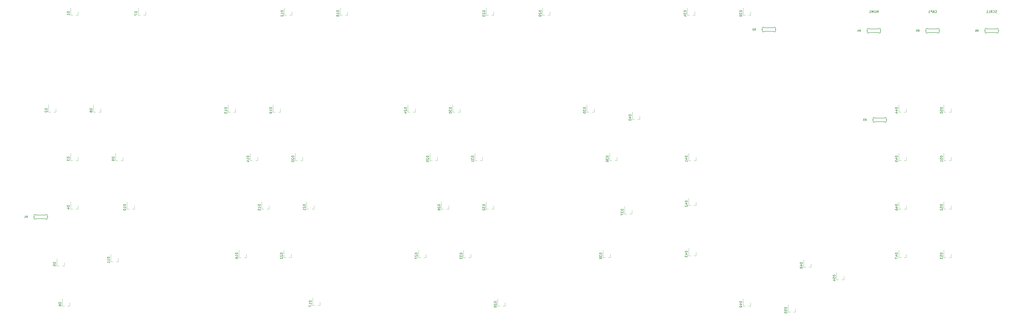
<source format=gbo>
G04 #@! TF.GenerationSoftware,KiCad,Pcbnew,(6.0.1-0)*
G04 #@! TF.CreationDate,2023-04-15T21:23:19-07:00*
G04 #@! TF.ProjectId,pcb,7063622e-6b69-4636-9164-5f7063625858,rev?*
G04 #@! TF.SameCoordinates,Original*
G04 #@! TF.FileFunction,Legend,Bot*
G04 #@! TF.FilePolarity,Positive*
%FSLAX46Y46*%
G04 Gerber Fmt 4.6, Leading zero omitted, Abs format (unit mm)*
G04 Created by KiCad (PCBNEW (6.0.1-0)) date 2023-04-15 21:23:19*
%MOMM*%
%LPD*%
G01*
G04 APERTURE LIST*
%ADD10C,0.150000*%
%ADD11C,0.120000*%
%ADD12C,3.987800*%
%ADD13C,1.750000*%
%ADD14C,3.000000*%
%ADD15R,2.550000X2.500000*%
%ADD16C,1.600000*%
%ADD17R,1.500000X1.200000*%
%ADD18R,1.800000X1.800000*%
%ADD19C,1.800000*%
%ADD20C,3.048000*%
%ADD21O,3.987800X4.387800*%
%ADD22O,2.000000X3.200000*%
%ADD23R,2.000000X2.000000*%
%ADD24C,2.000000*%
%ADD25O,3.048000X3.448000*%
%ADD26R,2.500000X2.550000*%
%ADD27C,2.250000*%
%ADD28C,1.905000*%
%ADD29R,1.905000X1.905000*%
%ADD30R,0.800000X1.900000*%
G04 APERTURE END LIST*
D10*
X434132557Y-63353904D02*
X434399224Y-62972952D01*
X434589700Y-63353904D02*
X434589700Y-62553904D01*
X434284938Y-62553904D01*
X434208747Y-62592000D01*
X434170652Y-62630095D01*
X434132557Y-62706285D01*
X434132557Y-62820571D01*
X434170652Y-62896761D01*
X434208747Y-62934857D01*
X434284938Y-62972952D01*
X434589700Y-62972952D01*
X433408747Y-62553904D02*
X433789700Y-62553904D01*
X433827795Y-62934857D01*
X433789700Y-62896761D01*
X433713509Y-62858666D01*
X433523033Y-62858666D01*
X433446843Y-62896761D01*
X433408747Y-62934857D01*
X433370652Y-63011047D01*
X433370652Y-63201523D01*
X433408747Y-63277714D01*
X433446843Y-63315809D01*
X433523033Y-63353904D01*
X433713509Y-63353904D01*
X433789700Y-63315809D01*
X433827795Y-63277714D01*
X441340238Y-55297142D02*
X441387857Y-55344761D01*
X441530714Y-55392380D01*
X441625952Y-55392380D01*
X441768809Y-55344761D01*
X441864047Y-55249523D01*
X441911666Y-55154285D01*
X441959285Y-54963809D01*
X441959285Y-54820952D01*
X441911666Y-54630476D01*
X441864047Y-54535238D01*
X441768809Y-54440000D01*
X441625952Y-54392380D01*
X441530714Y-54392380D01*
X441387857Y-54440000D01*
X441340238Y-54487619D01*
X440959285Y-55106666D02*
X440483095Y-55106666D01*
X441054523Y-55392380D02*
X440721190Y-54392380D01*
X440387857Y-55392380D01*
X440054523Y-55392380D02*
X440054523Y-54392380D01*
X439673571Y-54392380D01*
X439578333Y-54440000D01*
X439530714Y-54487619D01*
X439483095Y-54582857D01*
X439483095Y-54725714D01*
X439530714Y-54820952D01*
X439578333Y-54868571D01*
X439673571Y-54916190D01*
X440054523Y-54916190D01*
X438530714Y-55392380D02*
X439102142Y-55392380D01*
X438816428Y-55392380D02*
X438816428Y-54392380D01*
X438911666Y-54535238D01*
X439006904Y-54630476D01*
X439102142Y-54678095D01*
X55858557Y-142347904D02*
X56125224Y-141966952D01*
X56315700Y-142347904D02*
X56315700Y-141547904D01*
X56010938Y-141547904D01*
X55934747Y-141586000D01*
X55896652Y-141624095D01*
X55858557Y-141700285D01*
X55858557Y-141814571D01*
X55896652Y-141890761D01*
X55934747Y-141928857D01*
X56010938Y-141966952D01*
X56315700Y-141966952D01*
X55096652Y-142347904D02*
X55553795Y-142347904D01*
X55325224Y-142347904D02*
X55325224Y-141547904D01*
X55401414Y-141662190D01*
X55477604Y-141738380D01*
X55553795Y-141776476D01*
X364716057Y-62845904D02*
X364982724Y-62464952D01*
X365173200Y-62845904D02*
X365173200Y-62045904D01*
X364868438Y-62045904D01*
X364792247Y-62084000D01*
X364754152Y-62122095D01*
X364716057Y-62198285D01*
X364716057Y-62312571D01*
X364754152Y-62388761D01*
X364792247Y-62426857D01*
X364868438Y-62464952D01*
X365173200Y-62464952D01*
X364411295Y-62122095D02*
X364373200Y-62084000D01*
X364297009Y-62045904D01*
X364106533Y-62045904D01*
X364030343Y-62084000D01*
X363992247Y-62122095D01*
X363954152Y-62198285D01*
X363954152Y-62274476D01*
X363992247Y-62388761D01*
X364449390Y-62845904D01*
X363954152Y-62845904D01*
X459192557Y-63353904D02*
X459459224Y-62972952D01*
X459649700Y-63353904D02*
X459649700Y-62553904D01*
X459344938Y-62553904D01*
X459268747Y-62592000D01*
X459230652Y-62630095D01*
X459192557Y-62706285D01*
X459192557Y-62820571D01*
X459230652Y-62896761D01*
X459268747Y-62934857D01*
X459344938Y-62972952D01*
X459649700Y-62972952D01*
X458506843Y-62553904D02*
X458659224Y-62553904D01*
X458735414Y-62592000D01*
X458773509Y-62630095D01*
X458849700Y-62744380D01*
X458887795Y-62896761D01*
X458887795Y-63201523D01*
X458849700Y-63277714D01*
X458811604Y-63315809D01*
X458735414Y-63353904D01*
X458583033Y-63353904D01*
X458506843Y-63315809D01*
X458468747Y-63277714D01*
X458430652Y-63201523D01*
X458430652Y-63011047D01*
X458468747Y-62934857D01*
X458506843Y-62896761D01*
X458583033Y-62858666D01*
X458735414Y-62858666D01*
X458811604Y-62896761D01*
X458849700Y-62934857D01*
X458887795Y-63011047D01*
X417192142Y-55372380D02*
X417192142Y-54372380D01*
X416620714Y-55372380D01*
X416620714Y-54372380D01*
X416144523Y-54372380D02*
X416144523Y-55181904D01*
X416096904Y-55277142D01*
X416049285Y-55324761D01*
X415954047Y-55372380D01*
X415763571Y-55372380D01*
X415668333Y-55324761D01*
X415620714Y-55277142D01*
X415573095Y-55181904D01*
X415573095Y-54372380D01*
X415096904Y-55372380D02*
X415096904Y-54372380D01*
X414763571Y-55086666D01*
X414430238Y-54372380D01*
X414430238Y-55372380D01*
X413430238Y-55372380D02*
X414001666Y-55372380D01*
X413715952Y-55372380D02*
X413715952Y-54372380D01*
X413811190Y-54515238D01*
X413906428Y-54610476D01*
X414001666Y-54658095D01*
X467471666Y-55344761D02*
X467328809Y-55392380D01*
X467090714Y-55392380D01*
X466995476Y-55344761D01*
X466947857Y-55297142D01*
X466900238Y-55201904D01*
X466900238Y-55106666D01*
X466947857Y-55011428D01*
X466995476Y-54963809D01*
X467090714Y-54916190D01*
X467281190Y-54868571D01*
X467376428Y-54820952D01*
X467424047Y-54773333D01*
X467471666Y-54678095D01*
X467471666Y-54582857D01*
X467424047Y-54487619D01*
X467376428Y-54440000D01*
X467281190Y-54392380D01*
X467043095Y-54392380D01*
X466900238Y-54440000D01*
X465900238Y-55297142D02*
X465947857Y-55344761D01*
X466090714Y-55392380D01*
X466185952Y-55392380D01*
X466328809Y-55344761D01*
X466424047Y-55249523D01*
X466471666Y-55154285D01*
X466519285Y-54963809D01*
X466519285Y-54820952D01*
X466471666Y-54630476D01*
X466424047Y-54535238D01*
X466328809Y-54440000D01*
X466185952Y-54392380D01*
X466090714Y-54392380D01*
X465947857Y-54440000D01*
X465900238Y-54487619D01*
X464900238Y-55392380D02*
X465233571Y-54916190D01*
X465471666Y-55392380D02*
X465471666Y-54392380D01*
X465090714Y-54392380D01*
X464995476Y-54440000D01*
X464947857Y-54487619D01*
X464900238Y-54582857D01*
X464900238Y-54725714D01*
X464947857Y-54820952D01*
X464995476Y-54868571D01*
X465090714Y-54916190D01*
X465471666Y-54916190D01*
X463995476Y-55392380D02*
X464471666Y-55392380D01*
X464471666Y-54392380D01*
X463138333Y-55392380D02*
X463709761Y-55392380D01*
X463424047Y-55392380D02*
X463424047Y-54392380D01*
X463519285Y-54535238D01*
X463614523Y-54630476D01*
X463709761Y-54678095D01*
X411699557Y-101199904D02*
X411966224Y-100818952D01*
X412156700Y-101199904D02*
X412156700Y-100399904D01*
X411851938Y-100399904D01*
X411775747Y-100438000D01*
X411737652Y-100476095D01*
X411699557Y-100552285D01*
X411699557Y-100666571D01*
X411737652Y-100742761D01*
X411775747Y-100780857D01*
X411851938Y-100818952D01*
X412156700Y-100818952D01*
X411432890Y-100399904D02*
X410937652Y-100399904D01*
X411204319Y-100704666D01*
X411090033Y-100704666D01*
X411013843Y-100742761D01*
X410975747Y-100780857D01*
X410937652Y-100857047D01*
X410937652Y-101047523D01*
X410975747Y-101123714D01*
X411013843Y-101161809D01*
X411090033Y-101199904D01*
X411318604Y-101199904D01*
X411394795Y-101161809D01*
X411432890Y-101123714D01*
X409222557Y-63353904D02*
X409489224Y-62972952D01*
X409679700Y-63353904D02*
X409679700Y-62553904D01*
X409374938Y-62553904D01*
X409298747Y-62592000D01*
X409260652Y-62630095D01*
X409222557Y-62706285D01*
X409222557Y-62820571D01*
X409260652Y-62896761D01*
X409298747Y-62934857D01*
X409374938Y-62972952D01*
X409679700Y-62972952D01*
X408536843Y-62820571D02*
X408536843Y-63353904D01*
X408727319Y-62515809D02*
X408917795Y-63087238D01*
X408422557Y-63087238D01*
X150352380Y-116133714D02*
X149352380Y-116133714D01*
X149352380Y-116371809D01*
X149400000Y-116514666D01*
X149495238Y-116609904D01*
X149590476Y-116657523D01*
X149780952Y-116705142D01*
X149923809Y-116705142D01*
X150114285Y-116657523D01*
X150209523Y-116609904D01*
X150304761Y-116514666D01*
X150352380Y-116371809D01*
X150352380Y-116133714D01*
X150352380Y-117657523D02*
X150352380Y-117086095D01*
X150352380Y-117371809D02*
X149352380Y-117371809D01*
X149495238Y-117276571D01*
X149590476Y-117181333D01*
X149638095Y-117086095D01*
X149685714Y-118514666D02*
X150352380Y-118514666D01*
X149304761Y-118276571D02*
X150019047Y-118038476D01*
X150019047Y-118657523D01*
X217154380Y-95559714D02*
X216154380Y-95559714D01*
X216154380Y-95797809D01*
X216202000Y-95940666D01*
X216297238Y-96035904D01*
X216392476Y-96083523D01*
X216582952Y-96131142D01*
X216725809Y-96131142D01*
X216916285Y-96083523D01*
X217011523Y-96035904D01*
X217106761Y-95940666D01*
X217154380Y-95797809D01*
X217154380Y-95559714D01*
X216249619Y-96512095D02*
X216202000Y-96559714D01*
X216154380Y-96654952D01*
X216154380Y-96893047D01*
X216202000Y-96988285D01*
X216249619Y-97035904D01*
X216344857Y-97083523D01*
X216440095Y-97083523D01*
X216582952Y-97035904D01*
X217154380Y-96464476D01*
X217154380Y-97083523D01*
X216487714Y-97940666D02*
X217154380Y-97940666D01*
X216106761Y-97702571D02*
X216821047Y-97464476D01*
X216821047Y-98083523D01*
X221726380Y-157281714D02*
X220726380Y-157281714D01*
X220726380Y-157519809D01*
X220774000Y-157662666D01*
X220869238Y-157757904D01*
X220964476Y-157805523D01*
X221154952Y-157853142D01*
X221297809Y-157853142D01*
X221488285Y-157805523D01*
X221583523Y-157757904D01*
X221678761Y-157662666D01*
X221726380Y-157519809D01*
X221726380Y-157281714D01*
X220821619Y-158234095D02*
X220774000Y-158281714D01*
X220726380Y-158376952D01*
X220726380Y-158615047D01*
X220774000Y-158710285D01*
X220821619Y-158757904D01*
X220916857Y-158805523D01*
X221012095Y-158805523D01*
X221154952Y-158757904D01*
X221726380Y-158186476D01*
X221726380Y-158805523D01*
X220726380Y-159138857D02*
X220726380Y-159805523D01*
X221726380Y-159376952D01*
X250428380Y-136707714D02*
X249428380Y-136707714D01*
X249428380Y-136945809D01*
X249476000Y-137088666D01*
X249571238Y-137183904D01*
X249666476Y-137231523D01*
X249856952Y-137279142D01*
X249999809Y-137279142D01*
X250190285Y-137231523D01*
X250285523Y-137183904D01*
X250380761Y-137088666D01*
X250428380Y-136945809D01*
X250428380Y-136707714D01*
X249428380Y-137612476D02*
X249428380Y-138231523D01*
X249809333Y-137898190D01*
X249809333Y-138041047D01*
X249856952Y-138136285D01*
X249904571Y-138183904D01*
X249999809Y-138231523D01*
X250237904Y-138231523D01*
X250333142Y-138183904D01*
X250380761Y-138136285D01*
X250428380Y-138041047D01*
X250428380Y-137755333D01*
X250380761Y-137660095D01*
X250333142Y-137612476D01*
X249523619Y-138612476D02*
X249476000Y-138660095D01*
X249428380Y-138755333D01*
X249428380Y-138993428D01*
X249476000Y-139088666D01*
X249523619Y-139136285D01*
X249618857Y-139183904D01*
X249714095Y-139183904D01*
X249856952Y-139136285D01*
X250428380Y-138564857D01*
X250428380Y-139183904D01*
X140954380Y-95559714D02*
X139954380Y-95559714D01*
X139954380Y-95797809D01*
X140002000Y-95940666D01*
X140097238Y-96035904D01*
X140192476Y-96083523D01*
X140382952Y-96131142D01*
X140525809Y-96131142D01*
X140716285Y-96083523D01*
X140811523Y-96035904D01*
X140906761Y-95940666D01*
X140954380Y-95797809D01*
X140954380Y-95559714D01*
X140954380Y-97083523D02*
X140954380Y-96512095D01*
X140954380Y-96797809D02*
X139954380Y-96797809D01*
X140097238Y-96702571D01*
X140192476Y-96607333D01*
X140240095Y-96512095D01*
X139954380Y-97416857D02*
X139954380Y-98035904D01*
X140335333Y-97702571D01*
X140335333Y-97845428D01*
X140382952Y-97940666D01*
X140430571Y-97988285D01*
X140525809Y-98035904D01*
X140763904Y-98035904D01*
X140859142Y-97988285D01*
X140906761Y-97940666D01*
X140954380Y-97845428D01*
X140954380Y-97559714D01*
X140906761Y-97464476D01*
X140859142Y-97416857D01*
X83804380Y-96035904D02*
X82804380Y-96035904D01*
X82804380Y-96274000D01*
X82852000Y-96416857D01*
X82947238Y-96512095D01*
X83042476Y-96559714D01*
X83232952Y-96607333D01*
X83375809Y-96607333D01*
X83566285Y-96559714D01*
X83661523Y-96512095D01*
X83756761Y-96416857D01*
X83804380Y-96274000D01*
X83804380Y-96035904D01*
X83232952Y-97178761D02*
X83185333Y-97083523D01*
X83137714Y-97035904D01*
X83042476Y-96988285D01*
X82994857Y-96988285D01*
X82899619Y-97035904D01*
X82852000Y-97083523D01*
X82804380Y-97178761D01*
X82804380Y-97369238D01*
X82852000Y-97464476D01*
X82899619Y-97512095D01*
X82994857Y-97559714D01*
X83042476Y-97559714D01*
X83137714Y-97512095D01*
X83185333Y-97464476D01*
X83232952Y-97369238D01*
X83232952Y-97178761D01*
X83280571Y-97083523D01*
X83328190Y-97035904D01*
X83423428Y-96988285D01*
X83613904Y-96988285D01*
X83709142Y-97035904D01*
X83756761Y-97083523D01*
X83804380Y-97178761D01*
X83804380Y-97369238D01*
X83756761Y-97464476D01*
X83709142Y-97512095D01*
X83613904Y-97559714D01*
X83423428Y-97559714D01*
X83328190Y-97512095D01*
X83280571Y-97464476D01*
X83232952Y-97369238D01*
X93202380Y-116609904D02*
X92202380Y-116609904D01*
X92202380Y-116848000D01*
X92250000Y-116990857D01*
X92345238Y-117086095D01*
X92440476Y-117133714D01*
X92630952Y-117181333D01*
X92773809Y-117181333D01*
X92964285Y-117133714D01*
X93059523Y-117086095D01*
X93154761Y-116990857D01*
X93202380Y-116848000D01*
X93202380Y-116609904D01*
X93202380Y-117657523D02*
X93202380Y-117848000D01*
X93154761Y-117943238D01*
X93107142Y-117990857D01*
X92964285Y-118086095D01*
X92773809Y-118133714D01*
X92392857Y-118133714D01*
X92297619Y-118086095D01*
X92250000Y-118038476D01*
X92202380Y-117943238D01*
X92202380Y-117752761D01*
X92250000Y-117657523D01*
X92297619Y-117609904D01*
X92392857Y-117562285D01*
X92630952Y-117562285D01*
X92726190Y-117609904D01*
X92773809Y-117657523D01*
X92821428Y-117752761D01*
X92821428Y-117943238D01*
X92773809Y-118038476D01*
X92726190Y-118086095D01*
X92630952Y-118133714D01*
X231378380Y-136707714D02*
X230378380Y-136707714D01*
X230378380Y-136945809D01*
X230426000Y-137088666D01*
X230521238Y-137183904D01*
X230616476Y-137231523D01*
X230806952Y-137279142D01*
X230949809Y-137279142D01*
X231140285Y-137231523D01*
X231235523Y-137183904D01*
X231330761Y-137088666D01*
X231378380Y-136945809D01*
X231378380Y-136707714D01*
X230473619Y-137660095D02*
X230426000Y-137707714D01*
X230378380Y-137802952D01*
X230378380Y-138041047D01*
X230426000Y-138136285D01*
X230473619Y-138183904D01*
X230568857Y-138231523D01*
X230664095Y-138231523D01*
X230806952Y-138183904D01*
X231378380Y-137612476D01*
X231378380Y-138231523D01*
X230378380Y-139088666D02*
X230378380Y-138898190D01*
X230426000Y-138802952D01*
X230473619Y-138755333D01*
X230616476Y-138660095D01*
X230806952Y-138612476D01*
X231187904Y-138612476D01*
X231283142Y-138660095D01*
X231330761Y-138707714D01*
X231378380Y-138802952D01*
X231378380Y-138993428D01*
X231330761Y-139088666D01*
X231283142Y-139136285D01*
X231187904Y-139183904D01*
X230949809Y-139183904D01*
X230854571Y-139136285D01*
X230806952Y-139088666D01*
X230759333Y-138993428D01*
X230759333Y-138802952D01*
X230806952Y-138707714D01*
X230854571Y-138660095D01*
X230949809Y-138612476D01*
X64754380Y-96035904D02*
X63754380Y-96035904D01*
X63754380Y-96274000D01*
X63802000Y-96416857D01*
X63897238Y-96512095D01*
X63992476Y-96559714D01*
X64182952Y-96607333D01*
X64325809Y-96607333D01*
X64516285Y-96559714D01*
X64611523Y-96512095D01*
X64706761Y-96416857D01*
X64754380Y-96274000D01*
X64754380Y-96035904D01*
X63849619Y-96988285D02*
X63802000Y-97035904D01*
X63754380Y-97131142D01*
X63754380Y-97369238D01*
X63802000Y-97464476D01*
X63849619Y-97512095D01*
X63944857Y-97559714D01*
X64040095Y-97559714D01*
X64182952Y-97512095D01*
X64754380Y-96940666D01*
X64754380Y-97559714D01*
X145526380Y-157281714D02*
X144526380Y-157281714D01*
X144526380Y-157519809D01*
X144574000Y-157662666D01*
X144669238Y-157757904D01*
X144764476Y-157805523D01*
X144954952Y-157853142D01*
X145097809Y-157853142D01*
X145288285Y-157805523D01*
X145383523Y-157757904D01*
X145478761Y-157662666D01*
X145526380Y-157519809D01*
X145526380Y-157281714D01*
X145526380Y-158805523D02*
X145526380Y-158234095D01*
X145526380Y-158519809D02*
X144526380Y-158519809D01*
X144669238Y-158424571D01*
X144764476Y-158329333D01*
X144812095Y-158234095D01*
X144526380Y-159662666D02*
X144526380Y-159472190D01*
X144574000Y-159376952D01*
X144621619Y-159329333D01*
X144764476Y-159234095D01*
X144954952Y-159186476D01*
X145335904Y-159186476D01*
X145431142Y-159234095D01*
X145478761Y-159281714D01*
X145526380Y-159376952D01*
X145526380Y-159567428D01*
X145478761Y-159662666D01*
X145431142Y-159710285D01*
X145335904Y-159757904D01*
X145097809Y-159757904D01*
X145002571Y-159710285D01*
X144954952Y-159662666D01*
X144907333Y-159567428D01*
X144907333Y-159376952D01*
X144954952Y-159281714D01*
X145002571Y-159234095D01*
X145097809Y-159186476D01*
X444484380Y-116133714D02*
X443484380Y-116133714D01*
X443484380Y-116371809D01*
X443532000Y-116514666D01*
X443627238Y-116609904D01*
X443722476Y-116657523D01*
X443912952Y-116705142D01*
X444055809Y-116705142D01*
X444246285Y-116657523D01*
X444341523Y-116609904D01*
X444436761Y-116514666D01*
X444484380Y-116371809D01*
X444484380Y-116133714D01*
X443484380Y-117609904D02*
X443484380Y-117133714D01*
X443960571Y-117086095D01*
X443912952Y-117133714D01*
X443865333Y-117228952D01*
X443865333Y-117467047D01*
X443912952Y-117562285D01*
X443960571Y-117609904D01*
X444055809Y-117657523D01*
X444293904Y-117657523D01*
X444389142Y-117609904D01*
X444436761Y-117562285D01*
X444484380Y-117467047D01*
X444484380Y-117228952D01*
X444436761Y-117133714D01*
X444389142Y-117086095D01*
X444484380Y-118609904D02*
X444484380Y-118038476D01*
X444484380Y-118324190D02*
X443484380Y-118324190D01*
X443627238Y-118228952D01*
X443722476Y-118133714D01*
X443770095Y-118038476D01*
X188452380Y-54411714D02*
X187452380Y-54411714D01*
X187452380Y-54649809D01*
X187500000Y-54792666D01*
X187595238Y-54887904D01*
X187690476Y-54935523D01*
X187880952Y-54983142D01*
X188023809Y-54983142D01*
X188214285Y-54935523D01*
X188309523Y-54887904D01*
X188404761Y-54792666D01*
X188452380Y-54649809D01*
X188452380Y-54411714D01*
X188452380Y-55935523D02*
X188452380Y-55364095D01*
X188452380Y-55649809D02*
X187452380Y-55649809D01*
X187595238Y-55554571D01*
X187690476Y-55459333D01*
X187738095Y-55364095D01*
X187880952Y-56506952D02*
X187833333Y-56411714D01*
X187785714Y-56364095D01*
X187690476Y-56316476D01*
X187642857Y-56316476D01*
X187547619Y-56364095D01*
X187500000Y-56411714D01*
X187452380Y-56506952D01*
X187452380Y-56697428D01*
X187500000Y-56792666D01*
X187547619Y-56840285D01*
X187642857Y-56887904D01*
X187690476Y-56887904D01*
X187785714Y-56840285D01*
X187833333Y-56792666D01*
X187880952Y-56697428D01*
X187880952Y-56506952D01*
X187928571Y-56411714D01*
X187976190Y-56364095D01*
X188071428Y-56316476D01*
X188261904Y-56316476D01*
X188357142Y-56364095D01*
X188404761Y-56411714D01*
X188452380Y-56506952D01*
X188452380Y-56697428D01*
X188404761Y-56792666D01*
X188357142Y-56840285D01*
X188261904Y-56887904D01*
X188071428Y-56887904D01*
X187976190Y-56840285D01*
X187928571Y-56792666D01*
X187880952Y-56697428D01*
X245602380Y-116133714D02*
X244602380Y-116133714D01*
X244602380Y-116371809D01*
X244650000Y-116514666D01*
X244745238Y-116609904D01*
X244840476Y-116657523D01*
X245030952Y-116705142D01*
X245173809Y-116705142D01*
X245364285Y-116657523D01*
X245459523Y-116609904D01*
X245554761Y-116514666D01*
X245602380Y-116371809D01*
X245602380Y-116133714D01*
X244602380Y-117038476D02*
X244602380Y-117657523D01*
X244983333Y-117324190D01*
X244983333Y-117467047D01*
X245030952Y-117562285D01*
X245078571Y-117609904D01*
X245173809Y-117657523D01*
X245411904Y-117657523D01*
X245507142Y-117609904D01*
X245554761Y-117562285D01*
X245602380Y-117467047D01*
X245602380Y-117181333D01*
X245554761Y-117086095D01*
X245507142Y-117038476D01*
X245602380Y-118609904D02*
X245602380Y-118038476D01*
X245602380Y-118324190D02*
X244602380Y-118324190D01*
X244745238Y-118228952D01*
X244840476Y-118133714D01*
X244888095Y-118038476D01*
X378444380Y-180395714D02*
X377444380Y-180395714D01*
X377444380Y-180633809D01*
X377492000Y-180776666D01*
X377587238Y-180871904D01*
X377682476Y-180919523D01*
X377872952Y-180967142D01*
X378015809Y-180967142D01*
X378206285Y-180919523D01*
X378301523Y-180871904D01*
X378396761Y-180776666D01*
X378444380Y-180633809D01*
X378444380Y-180395714D01*
X377444380Y-181871904D02*
X377444380Y-181395714D01*
X377920571Y-181348095D01*
X377872952Y-181395714D01*
X377825333Y-181490952D01*
X377825333Y-181729047D01*
X377872952Y-181824285D01*
X377920571Y-181871904D01*
X378015809Y-181919523D01*
X378253904Y-181919523D01*
X378349142Y-181871904D01*
X378396761Y-181824285D01*
X378444380Y-181729047D01*
X378444380Y-181490952D01*
X378396761Y-181395714D01*
X378349142Y-181348095D01*
X377444380Y-182824285D02*
X377444380Y-182348095D01*
X377920571Y-182300476D01*
X377872952Y-182348095D01*
X377825333Y-182443333D01*
X377825333Y-182681428D01*
X377872952Y-182776666D01*
X377920571Y-182824285D01*
X378015809Y-182871904D01*
X378253904Y-182871904D01*
X378349142Y-182824285D01*
X378396761Y-182776666D01*
X378444380Y-182681428D01*
X378444380Y-182443333D01*
X378396761Y-182348095D01*
X378349142Y-182300476D01*
X169402380Y-116133714D02*
X168402380Y-116133714D01*
X168402380Y-116371809D01*
X168450000Y-116514666D01*
X168545238Y-116609904D01*
X168640476Y-116657523D01*
X168830952Y-116705142D01*
X168973809Y-116705142D01*
X169164285Y-116657523D01*
X169259523Y-116609904D01*
X169354761Y-116514666D01*
X169402380Y-116371809D01*
X169402380Y-116133714D01*
X168497619Y-117086095D02*
X168450000Y-117133714D01*
X168402380Y-117228952D01*
X168402380Y-117467047D01*
X168450000Y-117562285D01*
X168497619Y-117609904D01*
X168592857Y-117657523D01*
X168688095Y-117657523D01*
X168830952Y-117609904D01*
X169402380Y-117038476D01*
X169402380Y-117657523D01*
X168402380Y-118276571D02*
X168402380Y-118371809D01*
X168450000Y-118467047D01*
X168497619Y-118514666D01*
X168592857Y-118562285D01*
X168783333Y-118609904D01*
X169021428Y-118609904D01*
X169211904Y-118562285D01*
X169307142Y-118514666D01*
X169354761Y-118467047D01*
X169402380Y-118371809D01*
X169402380Y-118276571D01*
X169354761Y-118181333D01*
X169307142Y-118133714D01*
X169211904Y-118086095D01*
X169021428Y-118038476D01*
X168783333Y-118038476D01*
X168592857Y-118086095D01*
X168497619Y-118133714D01*
X168450000Y-118181333D01*
X168402380Y-118276571D01*
X250428380Y-54411714D02*
X249428380Y-54411714D01*
X249428380Y-54649809D01*
X249476000Y-54792666D01*
X249571238Y-54887904D01*
X249666476Y-54935523D01*
X249856952Y-54983142D01*
X249999809Y-54983142D01*
X250190285Y-54935523D01*
X250285523Y-54887904D01*
X250380761Y-54792666D01*
X250428380Y-54649809D01*
X250428380Y-54411714D01*
X249523619Y-55364095D02*
X249476000Y-55411714D01*
X249428380Y-55506952D01*
X249428380Y-55745047D01*
X249476000Y-55840285D01*
X249523619Y-55887904D01*
X249618857Y-55935523D01*
X249714095Y-55935523D01*
X249856952Y-55887904D01*
X250428380Y-55316476D01*
X250428380Y-55935523D01*
X249428380Y-56268857D02*
X249428380Y-56887904D01*
X249809333Y-56554571D01*
X249809333Y-56697428D01*
X249856952Y-56792666D01*
X249904571Y-56840285D01*
X249999809Y-56887904D01*
X250237904Y-56887904D01*
X250333142Y-56840285D01*
X250380761Y-56792666D01*
X250428380Y-56697428D01*
X250428380Y-56411714D01*
X250380761Y-56316476D01*
X250333142Y-56268857D01*
X359394380Y-54411714D02*
X358394380Y-54411714D01*
X358394380Y-54649809D01*
X358442000Y-54792666D01*
X358537238Y-54887904D01*
X358632476Y-54935523D01*
X358822952Y-54983142D01*
X358965809Y-54983142D01*
X359156285Y-54935523D01*
X359251523Y-54887904D01*
X359346761Y-54792666D01*
X359394380Y-54649809D01*
X359394380Y-54411714D01*
X358394380Y-55316476D02*
X358394380Y-55935523D01*
X358775333Y-55602190D01*
X358775333Y-55745047D01*
X358822952Y-55840285D01*
X358870571Y-55887904D01*
X358965809Y-55935523D01*
X359203904Y-55935523D01*
X359299142Y-55887904D01*
X359346761Y-55840285D01*
X359394380Y-55745047D01*
X359394380Y-55459333D01*
X359346761Y-55364095D01*
X359299142Y-55316476D01*
X359394380Y-56411714D02*
X359394380Y-56602190D01*
X359346761Y-56697428D01*
X359299142Y-56745047D01*
X359156285Y-56840285D01*
X358965809Y-56887904D01*
X358584857Y-56887904D01*
X358489619Y-56840285D01*
X358442000Y-56792666D01*
X358394380Y-56697428D01*
X358394380Y-56506952D01*
X358442000Y-56411714D01*
X358489619Y-56364095D01*
X358584857Y-56316476D01*
X358822952Y-56316476D01*
X358918190Y-56364095D01*
X358965809Y-56411714D01*
X359013428Y-56506952D01*
X359013428Y-56697428D01*
X358965809Y-56792666D01*
X358918190Y-56840285D01*
X358822952Y-56887904D01*
X293100380Y-95559714D02*
X292100380Y-95559714D01*
X292100380Y-95797809D01*
X292148000Y-95940666D01*
X292243238Y-96035904D01*
X292338476Y-96083523D01*
X292528952Y-96131142D01*
X292671809Y-96131142D01*
X292862285Y-96083523D01*
X292957523Y-96035904D01*
X293052761Y-95940666D01*
X293100380Y-95797809D01*
X293100380Y-95559714D01*
X292100380Y-96464476D02*
X292100380Y-97083523D01*
X292481333Y-96750190D01*
X292481333Y-96893047D01*
X292528952Y-96988285D01*
X292576571Y-97035904D01*
X292671809Y-97083523D01*
X292909904Y-97083523D01*
X293005142Y-97035904D01*
X293052761Y-96988285D01*
X293100380Y-96893047D01*
X293100380Y-96607333D01*
X293052761Y-96512095D01*
X293005142Y-96464476D01*
X292100380Y-97988285D02*
X292100380Y-97512095D01*
X292576571Y-97464476D01*
X292528952Y-97512095D01*
X292481333Y-97607333D01*
X292481333Y-97845428D01*
X292528952Y-97940666D01*
X292576571Y-97988285D01*
X292671809Y-98035904D01*
X292909904Y-98035904D01*
X293005142Y-97988285D01*
X293052761Y-97940666D01*
X293100380Y-97845428D01*
X293100380Y-97607333D01*
X293052761Y-97512095D01*
X293005142Y-97464476D01*
X299958380Y-157281714D02*
X298958380Y-157281714D01*
X298958380Y-157519809D01*
X299006000Y-157662666D01*
X299101238Y-157757904D01*
X299196476Y-157805523D01*
X299386952Y-157853142D01*
X299529809Y-157853142D01*
X299720285Y-157805523D01*
X299815523Y-157757904D01*
X299910761Y-157662666D01*
X299958380Y-157519809D01*
X299958380Y-157281714D01*
X298958380Y-158186476D02*
X298958380Y-158805523D01*
X299339333Y-158472190D01*
X299339333Y-158615047D01*
X299386952Y-158710285D01*
X299434571Y-158757904D01*
X299529809Y-158805523D01*
X299767904Y-158805523D01*
X299863142Y-158757904D01*
X299910761Y-158710285D01*
X299958380Y-158615047D01*
X299958380Y-158329333D01*
X299910761Y-158234095D01*
X299863142Y-158186476D01*
X299386952Y-159376952D02*
X299339333Y-159281714D01*
X299291714Y-159234095D01*
X299196476Y-159186476D01*
X299148857Y-159186476D01*
X299053619Y-159234095D01*
X299006000Y-159281714D01*
X298958380Y-159376952D01*
X298958380Y-159567428D01*
X299006000Y-159662666D01*
X299053619Y-159710285D01*
X299148857Y-159757904D01*
X299196476Y-159757904D01*
X299291714Y-159710285D01*
X299339333Y-159662666D01*
X299386952Y-159567428D01*
X299386952Y-159376952D01*
X299434571Y-159281714D01*
X299482190Y-159234095D01*
X299577428Y-159186476D01*
X299767904Y-159186476D01*
X299863142Y-159234095D01*
X299910761Y-159281714D01*
X299958380Y-159376952D01*
X299958380Y-159567428D01*
X299910761Y-159662666D01*
X299863142Y-159710285D01*
X299767904Y-159757904D01*
X299577428Y-159757904D01*
X299482190Y-159710285D01*
X299434571Y-159662666D01*
X299386952Y-159567428D01*
X385048380Y-161345714D02*
X384048380Y-161345714D01*
X384048380Y-161583809D01*
X384096000Y-161726666D01*
X384191238Y-161821904D01*
X384286476Y-161869523D01*
X384476952Y-161917142D01*
X384619809Y-161917142D01*
X384810285Y-161869523D01*
X384905523Y-161821904D01*
X385000761Y-161726666D01*
X385048380Y-161583809D01*
X385048380Y-161345714D01*
X384381714Y-162774285D02*
X385048380Y-162774285D01*
X384000761Y-162536190D02*
X384715047Y-162298095D01*
X384715047Y-162917142D01*
X384476952Y-163440952D02*
X384429333Y-163345714D01*
X384381714Y-163298095D01*
X384286476Y-163250476D01*
X384238857Y-163250476D01*
X384143619Y-163298095D01*
X384096000Y-163345714D01*
X384048380Y-163440952D01*
X384048380Y-163631428D01*
X384096000Y-163726666D01*
X384143619Y-163774285D01*
X384238857Y-163821904D01*
X384286476Y-163821904D01*
X384381714Y-163774285D01*
X384429333Y-163726666D01*
X384476952Y-163631428D01*
X384476952Y-163440952D01*
X384524571Y-163345714D01*
X384572190Y-163298095D01*
X384667428Y-163250476D01*
X384857904Y-163250476D01*
X384953142Y-163298095D01*
X385000761Y-163345714D01*
X385048380Y-163440952D01*
X385048380Y-163631428D01*
X385000761Y-163726666D01*
X384953142Y-163774285D01*
X384857904Y-163821904D01*
X384667428Y-163821904D01*
X384572190Y-163774285D01*
X384524571Y-163726666D01*
X384476952Y-163631428D01*
X102854380Y-54887904D02*
X101854380Y-54887904D01*
X101854380Y-55126000D01*
X101902000Y-55268857D01*
X101997238Y-55364095D01*
X102092476Y-55411714D01*
X102282952Y-55459333D01*
X102425809Y-55459333D01*
X102616285Y-55411714D01*
X102711523Y-55364095D01*
X102806761Y-55268857D01*
X102854380Y-55126000D01*
X102854380Y-54887904D01*
X101854380Y-55792666D02*
X101854380Y-56459333D01*
X102854380Y-56030761D01*
X91170380Y-159059714D02*
X90170380Y-159059714D01*
X90170380Y-159297809D01*
X90218000Y-159440666D01*
X90313238Y-159535904D01*
X90408476Y-159583523D01*
X90598952Y-159631142D01*
X90741809Y-159631142D01*
X90932285Y-159583523D01*
X91027523Y-159535904D01*
X91122761Y-159440666D01*
X91170380Y-159297809D01*
X91170380Y-159059714D01*
X91170380Y-160583523D02*
X91170380Y-160012095D01*
X91170380Y-160297809D02*
X90170380Y-160297809D01*
X90313238Y-160202571D01*
X90408476Y-160107333D01*
X90456095Y-160012095D01*
X91170380Y-161535904D02*
X91170380Y-160964476D01*
X91170380Y-161250190D02*
X90170380Y-161250190D01*
X90313238Y-161154952D01*
X90408476Y-161059714D01*
X90456095Y-160964476D01*
X160004380Y-95559714D02*
X159004380Y-95559714D01*
X159004380Y-95797809D01*
X159052000Y-95940666D01*
X159147238Y-96035904D01*
X159242476Y-96083523D01*
X159432952Y-96131142D01*
X159575809Y-96131142D01*
X159766285Y-96083523D01*
X159861523Y-96035904D01*
X159956761Y-95940666D01*
X160004380Y-95797809D01*
X160004380Y-95559714D01*
X160004380Y-97083523D02*
X160004380Y-96512095D01*
X160004380Y-96797809D02*
X159004380Y-96797809D01*
X159147238Y-96702571D01*
X159242476Y-96607333D01*
X159290095Y-96512095D01*
X160004380Y-97559714D02*
X160004380Y-97750190D01*
X159956761Y-97845428D01*
X159909142Y-97893047D01*
X159766285Y-97988285D01*
X159575809Y-98035904D01*
X159194857Y-98035904D01*
X159099619Y-97988285D01*
X159052000Y-97940666D01*
X159004380Y-97845428D01*
X159004380Y-97654952D01*
X159052000Y-97559714D01*
X159099619Y-97512095D01*
X159194857Y-97464476D01*
X159432952Y-97464476D01*
X159528190Y-97512095D01*
X159575809Y-97559714D01*
X159623428Y-97654952D01*
X159623428Y-97845428D01*
X159575809Y-97940666D01*
X159528190Y-97988285D01*
X159432952Y-98035904D01*
X274304380Y-54411714D02*
X273304380Y-54411714D01*
X273304380Y-54649809D01*
X273352000Y-54792666D01*
X273447238Y-54887904D01*
X273542476Y-54935523D01*
X273732952Y-54983142D01*
X273875809Y-54983142D01*
X274066285Y-54935523D01*
X274161523Y-54887904D01*
X274256761Y-54792666D01*
X274304380Y-54649809D01*
X274304380Y-54411714D01*
X273399619Y-55364095D02*
X273352000Y-55411714D01*
X273304380Y-55506952D01*
X273304380Y-55745047D01*
X273352000Y-55840285D01*
X273399619Y-55887904D01*
X273494857Y-55935523D01*
X273590095Y-55935523D01*
X273732952Y-55887904D01*
X274304380Y-55316476D01*
X274304380Y-55935523D01*
X274304380Y-56411714D02*
X274304380Y-56602190D01*
X274256761Y-56697428D01*
X274209142Y-56745047D01*
X274066285Y-56840285D01*
X273875809Y-56887904D01*
X273494857Y-56887904D01*
X273399619Y-56840285D01*
X273352000Y-56792666D01*
X273304380Y-56697428D01*
X273304380Y-56506952D01*
X273352000Y-56411714D01*
X273399619Y-56364095D01*
X273494857Y-56316476D01*
X273732952Y-56316476D01*
X273828190Y-56364095D01*
X273875809Y-56411714D01*
X273923428Y-56506952D01*
X273923428Y-56697428D01*
X273875809Y-56792666D01*
X273828190Y-56840285D01*
X273732952Y-56887904D01*
X399018380Y-166679714D02*
X398018380Y-166679714D01*
X398018380Y-166917809D01*
X398066000Y-167060666D01*
X398161238Y-167155904D01*
X398256476Y-167203523D01*
X398446952Y-167251142D01*
X398589809Y-167251142D01*
X398780285Y-167203523D01*
X398875523Y-167155904D01*
X398970761Y-167060666D01*
X399018380Y-166917809D01*
X399018380Y-166679714D01*
X398018380Y-168155904D02*
X398018380Y-167679714D01*
X398494571Y-167632095D01*
X398446952Y-167679714D01*
X398399333Y-167774952D01*
X398399333Y-168013047D01*
X398446952Y-168108285D01*
X398494571Y-168155904D01*
X398589809Y-168203523D01*
X398827904Y-168203523D01*
X398923142Y-168155904D01*
X398970761Y-168108285D01*
X399018380Y-168013047D01*
X399018380Y-167774952D01*
X398970761Y-167679714D01*
X398923142Y-167632095D01*
X398351714Y-169060666D02*
X399018380Y-169060666D01*
X397970761Y-168822571D02*
X398685047Y-168584476D01*
X398685047Y-169203523D01*
X70596380Y-178331904D02*
X69596380Y-178331904D01*
X69596380Y-178570000D01*
X69644000Y-178712857D01*
X69739238Y-178808095D01*
X69834476Y-178855714D01*
X70024952Y-178903333D01*
X70167809Y-178903333D01*
X70358285Y-178855714D01*
X70453523Y-178808095D01*
X70548761Y-178712857D01*
X70596380Y-178570000D01*
X70596380Y-178331904D01*
X69596380Y-179760476D02*
X69596380Y-179570000D01*
X69644000Y-179474761D01*
X69691619Y-179427142D01*
X69834476Y-179331904D01*
X70024952Y-179284285D01*
X70405904Y-179284285D01*
X70501142Y-179331904D01*
X70548761Y-179379523D01*
X70596380Y-179474761D01*
X70596380Y-179665238D01*
X70548761Y-179760476D01*
X70501142Y-179808095D01*
X70405904Y-179855714D01*
X70167809Y-179855714D01*
X70072571Y-179808095D01*
X70024952Y-179760476D01*
X69977333Y-179665238D01*
X69977333Y-179474761D01*
X70024952Y-179379523D01*
X70072571Y-179331904D01*
X70167809Y-179284285D01*
X444484380Y-157281714D02*
X443484380Y-157281714D01*
X443484380Y-157519809D01*
X443532000Y-157662666D01*
X443627238Y-157757904D01*
X443722476Y-157805523D01*
X443912952Y-157853142D01*
X444055809Y-157853142D01*
X444246285Y-157805523D01*
X444341523Y-157757904D01*
X444436761Y-157662666D01*
X444484380Y-157519809D01*
X444484380Y-157281714D01*
X443484380Y-158757904D02*
X443484380Y-158281714D01*
X443960571Y-158234095D01*
X443912952Y-158281714D01*
X443865333Y-158376952D01*
X443865333Y-158615047D01*
X443912952Y-158710285D01*
X443960571Y-158757904D01*
X444055809Y-158805523D01*
X444293904Y-158805523D01*
X444389142Y-158757904D01*
X444436761Y-158710285D01*
X444484380Y-158615047D01*
X444484380Y-158376952D01*
X444436761Y-158281714D01*
X444389142Y-158234095D01*
X443484380Y-159138857D02*
X443484380Y-159757904D01*
X443865333Y-159424571D01*
X443865333Y-159567428D01*
X443912952Y-159662666D01*
X443960571Y-159710285D01*
X444055809Y-159757904D01*
X444293904Y-159757904D01*
X444389142Y-159710285D01*
X444436761Y-159662666D01*
X444484380Y-159567428D01*
X444484380Y-159281714D01*
X444436761Y-159186476D01*
X444389142Y-159138857D01*
X74152380Y-116609904D02*
X73152380Y-116609904D01*
X73152380Y-116848000D01*
X73200000Y-116990857D01*
X73295238Y-117086095D01*
X73390476Y-117133714D01*
X73580952Y-117181333D01*
X73723809Y-117181333D01*
X73914285Y-117133714D01*
X74009523Y-117086095D01*
X74104761Y-116990857D01*
X74152380Y-116848000D01*
X74152380Y-116609904D01*
X73152380Y-117514666D02*
X73152380Y-118133714D01*
X73533333Y-117800380D01*
X73533333Y-117943238D01*
X73580952Y-118038476D01*
X73628571Y-118086095D01*
X73723809Y-118133714D01*
X73961904Y-118133714D01*
X74057142Y-118086095D01*
X74104761Y-118038476D01*
X74152380Y-117943238D01*
X74152380Y-117657523D01*
X74104761Y-117562285D01*
X74057142Y-117514666D01*
X164830380Y-54411714D02*
X163830380Y-54411714D01*
X163830380Y-54649809D01*
X163878000Y-54792666D01*
X163973238Y-54887904D01*
X164068476Y-54935523D01*
X164258952Y-54983142D01*
X164401809Y-54983142D01*
X164592285Y-54935523D01*
X164687523Y-54887904D01*
X164782761Y-54792666D01*
X164830380Y-54649809D01*
X164830380Y-54411714D01*
X164830380Y-55935523D02*
X164830380Y-55364095D01*
X164830380Y-55649809D02*
X163830380Y-55649809D01*
X163973238Y-55554571D01*
X164068476Y-55459333D01*
X164116095Y-55364095D01*
X163925619Y-56316476D02*
X163878000Y-56364095D01*
X163830380Y-56459333D01*
X163830380Y-56697428D01*
X163878000Y-56792666D01*
X163925619Y-56840285D01*
X164020857Y-56887904D01*
X164116095Y-56887904D01*
X164258952Y-56840285D01*
X164830380Y-56268857D01*
X164830380Y-56887904D01*
X164576380Y-157281714D02*
X163576380Y-157281714D01*
X163576380Y-157519809D01*
X163624000Y-157662666D01*
X163719238Y-157757904D01*
X163814476Y-157805523D01*
X164004952Y-157853142D01*
X164147809Y-157853142D01*
X164338285Y-157805523D01*
X164433523Y-157757904D01*
X164528761Y-157662666D01*
X164576380Y-157519809D01*
X164576380Y-157281714D01*
X163671619Y-158234095D02*
X163624000Y-158281714D01*
X163576380Y-158376952D01*
X163576380Y-158615047D01*
X163624000Y-158710285D01*
X163671619Y-158757904D01*
X163766857Y-158805523D01*
X163862095Y-158805523D01*
X164004952Y-158757904D01*
X164576380Y-158186476D01*
X164576380Y-158805523D01*
X163671619Y-159186476D02*
X163624000Y-159234095D01*
X163576380Y-159329333D01*
X163576380Y-159567428D01*
X163624000Y-159662666D01*
X163671619Y-159710285D01*
X163766857Y-159757904D01*
X163862095Y-159757904D01*
X164004952Y-159710285D01*
X164576380Y-159138857D01*
X164576380Y-159757904D01*
X302752380Y-116133714D02*
X301752380Y-116133714D01*
X301752380Y-116371809D01*
X301800000Y-116514666D01*
X301895238Y-116609904D01*
X301990476Y-116657523D01*
X302180952Y-116705142D01*
X302323809Y-116705142D01*
X302514285Y-116657523D01*
X302609523Y-116609904D01*
X302704761Y-116514666D01*
X302752380Y-116371809D01*
X302752380Y-116133714D01*
X301752380Y-117038476D02*
X301752380Y-117657523D01*
X302133333Y-117324190D01*
X302133333Y-117467047D01*
X302180952Y-117562285D01*
X302228571Y-117609904D01*
X302323809Y-117657523D01*
X302561904Y-117657523D01*
X302657142Y-117609904D01*
X302704761Y-117562285D01*
X302752380Y-117467047D01*
X302752380Y-117181333D01*
X302704761Y-117086095D01*
X302657142Y-117038476D01*
X301752380Y-118514666D02*
X301752380Y-118324190D01*
X301800000Y-118228952D01*
X301847619Y-118181333D01*
X301990476Y-118086095D01*
X302180952Y-118038476D01*
X302561904Y-118038476D01*
X302657142Y-118086095D01*
X302704761Y-118133714D01*
X302752380Y-118228952D01*
X302752380Y-118419428D01*
X302704761Y-118514666D01*
X302657142Y-118562285D01*
X302561904Y-118609904D01*
X302323809Y-118609904D01*
X302228571Y-118562285D01*
X302180952Y-118514666D01*
X302133333Y-118419428D01*
X302133333Y-118228952D01*
X302180952Y-118133714D01*
X302228571Y-118086095D01*
X302323809Y-118038476D01*
X176768380Y-177601714D02*
X175768380Y-177601714D01*
X175768380Y-177839809D01*
X175816000Y-177982666D01*
X175911238Y-178077904D01*
X176006476Y-178125523D01*
X176196952Y-178173142D01*
X176339809Y-178173142D01*
X176530285Y-178125523D01*
X176625523Y-178077904D01*
X176720761Y-177982666D01*
X176768380Y-177839809D01*
X176768380Y-177601714D01*
X176768380Y-179125523D02*
X176768380Y-178554095D01*
X176768380Y-178839809D02*
X175768380Y-178839809D01*
X175911238Y-178744571D01*
X176006476Y-178649333D01*
X176054095Y-178554095D01*
X175768380Y-179458857D02*
X175768380Y-180125523D01*
X176768380Y-179696952D01*
X255254380Y-177855714D02*
X254254380Y-177855714D01*
X254254380Y-178093809D01*
X254302000Y-178236666D01*
X254397238Y-178331904D01*
X254492476Y-178379523D01*
X254682952Y-178427142D01*
X254825809Y-178427142D01*
X255016285Y-178379523D01*
X255111523Y-178331904D01*
X255206761Y-178236666D01*
X255254380Y-178093809D01*
X255254380Y-177855714D01*
X254349619Y-178808095D02*
X254302000Y-178855714D01*
X254254380Y-178950952D01*
X254254380Y-179189047D01*
X254302000Y-179284285D01*
X254349619Y-179331904D01*
X254444857Y-179379523D01*
X254540095Y-179379523D01*
X254682952Y-179331904D01*
X255254380Y-178760476D01*
X255254380Y-179379523D01*
X254682952Y-179950952D02*
X254635333Y-179855714D01*
X254587714Y-179808095D01*
X254492476Y-179760476D01*
X254444857Y-179760476D01*
X254349619Y-179808095D01*
X254302000Y-179855714D01*
X254254380Y-179950952D01*
X254254380Y-180141428D01*
X254302000Y-180236666D01*
X254349619Y-180284285D01*
X254444857Y-180331904D01*
X254492476Y-180331904D01*
X254587714Y-180284285D01*
X254635333Y-180236666D01*
X254682952Y-180141428D01*
X254682952Y-179950952D01*
X254730571Y-179855714D01*
X254778190Y-179808095D01*
X254873428Y-179760476D01*
X255063904Y-179760476D01*
X255159142Y-179808095D01*
X255206761Y-179855714D01*
X255254380Y-179950952D01*
X255254380Y-180141428D01*
X255206761Y-180236666D01*
X255159142Y-180284285D01*
X255063904Y-180331904D01*
X254873428Y-180331904D01*
X254778190Y-180284285D01*
X254730571Y-180236666D01*
X254682952Y-180141428D01*
X312404380Y-98607714D02*
X311404380Y-98607714D01*
X311404380Y-98845809D01*
X311452000Y-98988666D01*
X311547238Y-99083904D01*
X311642476Y-99131523D01*
X311832952Y-99179142D01*
X311975809Y-99179142D01*
X312166285Y-99131523D01*
X312261523Y-99083904D01*
X312356761Y-98988666D01*
X312404380Y-98845809D01*
X312404380Y-98607714D01*
X311737714Y-100036285D02*
X312404380Y-100036285D01*
X311356761Y-99798190D02*
X312071047Y-99560095D01*
X312071047Y-100179142D01*
X311404380Y-100750571D02*
X311404380Y-100845809D01*
X311452000Y-100941047D01*
X311499619Y-100988666D01*
X311594857Y-101036285D01*
X311785333Y-101083904D01*
X312023428Y-101083904D01*
X312213904Y-101036285D01*
X312309142Y-100988666D01*
X312356761Y-100941047D01*
X312404380Y-100845809D01*
X312404380Y-100750571D01*
X312356761Y-100655333D01*
X312309142Y-100607714D01*
X312213904Y-100560095D01*
X312023428Y-100512476D01*
X311785333Y-100512476D01*
X311594857Y-100560095D01*
X311499619Y-100607714D01*
X311452000Y-100655333D01*
X311404380Y-100750571D01*
X444484380Y-136707714D02*
X443484380Y-136707714D01*
X443484380Y-136945809D01*
X443532000Y-137088666D01*
X443627238Y-137183904D01*
X443722476Y-137231523D01*
X443912952Y-137279142D01*
X444055809Y-137279142D01*
X444246285Y-137231523D01*
X444341523Y-137183904D01*
X444436761Y-137088666D01*
X444484380Y-136945809D01*
X444484380Y-136707714D01*
X443484380Y-138183904D02*
X443484380Y-137707714D01*
X443960571Y-137660095D01*
X443912952Y-137707714D01*
X443865333Y-137802952D01*
X443865333Y-138041047D01*
X443912952Y-138136285D01*
X443960571Y-138183904D01*
X444055809Y-138231523D01*
X444293904Y-138231523D01*
X444389142Y-138183904D01*
X444436761Y-138136285D01*
X444484380Y-138041047D01*
X444484380Y-137802952D01*
X444436761Y-137707714D01*
X444389142Y-137660095D01*
X443579619Y-138612476D02*
X443532000Y-138660095D01*
X443484380Y-138755333D01*
X443484380Y-138993428D01*
X443532000Y-139088666D01*
X443579619Y-139136285D01*
X443674857Y-139183904D01*
X443770095Y-139183904D01*
X443912952Y-139136285D01*
X444484380Y-138564857D01*
X444484380Y-139183904D01*
X155178380Y-136707714D02*
X154178380Y-136707714D01*
X154178380Y-136945809D01*
X154226000Y-137088666D01*
X154321238Y-137183904D01*
X154416476Y-137231523D01*
X154606952Y-137279142D01*
X154749809Y-137279142D01*
X154940285Y-137231523D01*
X155035523Y-137183904D01*
X155130761Y-137088666D01*
X155178380Y-136945809D01*
X155178380Y-136707714D01*
X155178380Y-138231523D02*
X155178380Y-137660095D01*
X155178380Y-137945809D02*
X154178380Y-137945809D01*
X154321238Y-137850571D01*
X154416476Y-137755333D01*
X154464095Y-137660095D01*
X154178380Y-139136285D02*
X154178380Y-138660095D01*
X154654571Y-138612476D01*
X154606952Y-138660095D01*
X154559333Y-138755333D01*
X154559333Y-138993428D01*
X154606952Y-139088666D01*
X154654571Y-139136285D01*
X154749809Y-139183904D01*
X154987904Y-139183904D01*
X155083142Y-139136285D01*
X155130761Y-139088666D01*
X155178380Y-138993428D01*
X155178380Y-138755333D01*
X155130761Y-138660095D01*
X155083142Y-138612476D01*
X74152380Y-137183904D02*
X73152380Y-137183904D01*
X73152380Y-137422000D01*
X73200000Y-137564857D01*
X73295238Y-137660095D01*
X73390476Y-137707714D01*
X73580952Y-137755333D01*
X73723809Y-137755333D01*
X73914285Y-137707714D01*
X74009523Y-137660095D01*
X74104761Y-137564857D01*
X74152380Y-137422000D01*
X74152380Y-137183904D01*
X73485714Y-138612476D02*
X74152380Y-138612476D01*
X73104761Y-138374380D02*
X73819047Y-138136285D01*
X73819047Y-138755333D01*
X425434380Y-116133714D02*
X424434380Y-116133714D01*
X424434380Y-116371809D01*
X424482000Y-116514666D01*
X424577238Y-116609904D01*
X424672476Y-116657523D01*
X424862952Y-116705142D01*
X425005809Y-116705142D01*
X425196285Y-116657523D01*
X425291523Y-116609904D01*
X425386761Y-116514666D01*
X425434380Y-116371809D01*
X425434380Y-116133714D01*
X424767714Y-117562285D02*
X425434380Y-117562285D01*
X424386761Y-117324190D02*
X425101047Y-117086095D01*
X425101047Y-117705142D01*
X424434380Y-118562285D02*
X424434380Y-118086095D01*
X424910571Y-118038476D01*
X424862952Y-118086095D01*
X424815333Y-118181333D01*
X424815333Y-118419428D01*
X424862952Y-118514666D01*
X424910571Y-118562285D01*
X425005809Y-118609904D01*
X425243904Y-118609904D01*
X425339142Y-118562285D01*
X425386761Y-118514666D01*
X425434380Y-118419428D01*
X425434380Y-118181333D01*
X425386761Y-118086095D01*
X425339142Y-118038476D01*
X335772380Y-54411714D02*
X334772380Y-54411714D01*
X334772380Y-54649809D01*
X334820000Y-54792666D01*
X334915238Y-54887904D01*
X335010476Y-54935523D01*
X335200952Y-54983142D01*
X335343809Y-54983142D01*
X335534285Y-54935523D01*
X335629523Y-54887904D01*
X335724761Y-54792666D01*
X335772380Y-54649809D01*
X335772380Y-54411714D01*
X334772380Y-55316476D02*
X334772380Y-55935523D01*
X335153333Y-55602190D01*
X335153333Y-55745047D01*
X335200952Y-55840285D01*
X335248571Y-55887904D01*
X335343809Y-55935523D01*
X335581904Y-55935523D01*
X335677142Y-55887904D01*
X335724761Y-55840285D01*
X335772380Y-55745047D01*
X335772380Y-55459333D01*
X335724761Y-55364095D01*
X335677142Y-55316476D01*
X335105714Y-56792666D02*
X335772380Y-56792666D01*
X334724761Y-56554571D02*
X335439047Y-56316476D01*
X335439047Y-56935523D01*
X336280380Y-135183714D02*
X335280380Y-135183714D01*
X335280380Y-135421809D01*
X335328000Y-135564666D01*
X335423238Y-135659904D01*
X335518476Y-135707523D01*
X335708952Y-135755142D01*
X335851809Y-135755142D01*
X336042285Y-135707523D01*
X336137523Y-135659904D01*
X336232761Y-135564666D01*
X336280380Y-135421809D01*
X336280380Y-135183714D01*
X335613714Y-136612285D02*
X336280380Y-136612285D01*
X335232761Y-136374190D02*
X335947047Y-136136095D01*
X335947047Y-136755142D01*
X335375619Y-137088476D02*
X335328000Y-137136095D01*
X335280380Y-137231333D01*
X335280380Y-137469428D01*
X335328000Y-137564666D01*
X335375619Y-137612285D01*
X335470857Y-137659904D01*
X335566095Y-137659904D01*
X335708952Y-137612285D01*
X336280380Y-137040857D01*
X336280380Y-137659904D01*
X240776380Y-157281714D02*
X239776380Y-157281714D01*
X239776380Y-157519809D01*
X239824000Y-157662666D01*
X239919238Y-157757904D01*
X240014476Y-157805523D01*
X240204952Y-157853142D01*
X240347809Y-157853142D01*
X240538285Y-157805523D01*
X240633523Y-157757904D01*
X240728761Y-157662666D01*
X240776380Y-157519809D01*
X240776380Y-157281714D01*
X239776380Y-158186476D02*
X239776380Y-158805523D01*
X240157333Y-158472190D01*
X240157333Y-158615047D01*
X240204952Y-158710285D01*
X240252571Y-158757904D01*
X240347809Y-158805523D01*
X240585904Y-158805523D01*
X240681142Y-158757904D01*
X240728761Y-158710285D01*
X240776380Y-158615047D01*
X240776380Y-158329333D01*
X240728761Y-158234095D01*
X240681142Y-158186476D01*
X239776380Y-159138857D02*
X239776380Y-159757904D01*
X240157333Y-159424571D01*
X240157333Y-159567428D01*
X240204952Y-159662666D01*
X240252571Y-159710285D01*
X240347809Y-159757904D01*
X240585904Y-159757904D01*
X240681142Y-159710285D01*
X240728761Y-159662666D01*
X240776380Y-159567428D01*
X240776380Y-159281714D01*
X240728761Y-159186476D01*
X240681142Y-159138857D01*
X226552380Y-116133714D02*
X225552380Y-116133714D01*
X225552380Y-116371809D01*
X225600000Y-116514666D01*
X225695238Y-116609904D01*
X225790476Y-116657523D01*
X225980952Y-116705142D01*
X226123809Y-116705142D01*
X226314285Y-116657523D01*
X226409523Y-116609904D01*
X226504761Y-116514666D01*
X226552380Y-116371809D01*
X226552380Y-116133714D01*
X225647619Y-117086095D02*
X225600000Y-117133714D01*
X225552380Y-117228952D01*
X225552380Y-117467047D01*
X225600000Y-117562285D01*
X225647619Y-117609904D01*
X225742857Y-117657523D01*
X225838095Y-117657523D01*
X225980952Y-117609904D01*
X226552380Y-117038476D01*
X226552380Y-117657523D01*
X225552380Y-118562285D02*
X225552380Y-118086095D01*
X226028571Y-118038476D01*
X225980952Y-118086095D01*
X225933333Y-118181333D01*
X225933333Y-118419428D01*
X225980952Y-118514666D01*
X226028571Y-118562285D01*
X226123809Y-118609904D01*
X226361904Y-118609904D01*
X226457142Y-118562285D01*
X226504761Y-118514666D01*
X226552380Y-118419428D01*
X226552380Y-118181333D01*
X226504761Y-118086095D01*
X226457142Y-118038476D01*
X336280380Y-116133714D02*
X335280380Y-116133714D01*
X335280380Y-116371809D01*
X335328000Y-116514666D01*
X335423238Y-116609904D01*
X335518476Y-116657523D01*
X335708952Y-116705142D01*
X335851809Y-116705142D01*
X336042285Y-116657523D01*
X336137523Y-116609904D01*
X336232761Y-116514666D01*
X336280380Y-116371809D01*
X336280380Y-116133714D01*
X335613714Y-117562285D02*
X336280380Y-117562285D01*
X335232761Y-117324190D02*
X335947047Y-117086095D01*
X335947047Y-117705142D01*
X336280380Y-118609904D02*
X336280380Y-118038476D01*
X336280380Y-118324190D02*
X335280380Y-118324190D01*
X335423238Y-118228952D01*
X335518476Y-118133714D01*
X335566095Y-118038476D01*
X444484380Y-95559714D02*
X443484380Y-95559714D01*
X443484380Y-95797809D01*
X443532000Y-95940666D01*
X443627238Y-96035904D01*
X443722476Y-96083523D01*
X443912952Y-96131142D01*
X444055809Y-96131142D01*
X444246285Y-96083523D01*
X444341523Y-96035904D01*
X444436761Y-95940666D01*
X444484380Y-95797809D01*
X444484380Y-95559714D01*
X443484380Y-97035904D02*
X443484380Y-96559714D01*
X443960571Y-96512095D01*
X443912952Y-96559714D01*
X443865333Y-96654952D01*
X443865333Y-96893047D01*
X443912952Y-96988285D01*
X443960571Y-97035904D01*
X444055809Y-97083523D01*
X444293904Y-97083523D01*
X444389142Y-97035904D01*
X444436761Y-96988285D01*
X444484380Y-96893047D01*
X444484380Y-96654952D01*
X444436761Y-96559714D01*
X444389142Y-96512095D01*
X443484380Y-97702571D02*
X443484380Y-97797809D01*
X443532000Y-97893047D01*
X443579619Y-97940666D01*
X443674857Y-97988285D01*
X443865333Y-98035904D01*
X444103428Y-98035904D01*
X444293904Y-97988285D01*
X444389142Y-97940666D01*
X444436761Y-97893047D01*
X444484380Y-97797809D01*
X444484380Y-97702571D01*
X444436761Y-97607333D01*
X444389142Y-97559714D01*
X444293904Y-97512095D01*
X444103428Y-97464476D01*
X443865333Y-97464476D01*
X443674857Y-97512095D01*
X443579619Y-97559714D01*
X443532000Y-97607333D01*
X443484380Y-97702571D01*
X359394380Y-177855714D02*
X358394380Y-177855714D01*
X358394380Y-178093809D01*
X358442000Y-178236666D01*
X358537238Y-178331904D01*
X358632476Y-178379523D01*
X358822952Y-178427142D01*
X358965809Y-178427142D01*
X359156285Y-178379523D01*
X359251523Y-178331904D01*
X359346761Y-178236666D01*
X359394380Y-178093809D01*
X359394380Y-177855714D01*
X358727714Y-179284285D02*
X359394380Y-179284285D01*
X358346761Y-179046190D02*
X359061047Y-178808095D01*
X359061047Y-179427142D01*
X359394380Y-179855714D02*
X359394380Y-180046190D01*
X359346761Y-180141428D01*
X359299142Y-180189047D01*
X359156285Y-180284285D01*
X358965809Y-180331904D01*
X358584857Y-180331904D01*
X358489619Y-180284285D01*
X358442000Y-180236666D01*
X358394380Y-180141428D01*
X358394380Y-179950952D01*
X358442000Y-179855714D01*
X358489619Y-179808095D01*
X358584857Y-179760476D01*
X358822952Y-179760476D01*
X358918190Y-179808095D01*
X358965809Y-179855714D01*
X359013428Y-179950952D01*
X359013428Y-180141428D01*
X358965809Y-180236666D01*
X358918190Y-180284285D01*
X358822952Y-180331904D01*
X425434380Y-157281714D02*
X424434380Y-157281714D01*
X424434380Y-157519809D01*
X424482000Y-157662666D01*
X424577238Y-157757904D01*
X424672476Y-157805523D01*
X424862952Y-157853142D01*
X425005809Y-157853142D01*
X425196285Y-157805523D01*
X425291523Y-157757904D01*
X425386761Y-157662666D01*
X425434380Y-157519809D01*
X425434380Y-157281714D01*
X424767714Y-158710285D02*
X425434380Y-158710285D01*
X424386761Y-158472190D02*
X425101047Y-158234095D01*
X425101047Y-158853142D01*
X424434380Y-159138857D02*
X424434380Y-159805523D01*
X425434380Y-159376952D01*
X98028380Y-136707714D02*
X97028380Y-136707714D01*
X97028380Y-136945809D01*
X97076000Y-137088666D01*
X97171238Y-137183904D01*
X97266476Y-137231523D01*
X97456952Y-137279142D01*
X97599809Y-137279142D01*
X97790285Y-137231523D01*
X97885523Y-137183904D01*
X97980761Y-137088666D01*
X98028380Y-136945809D01*
X98028380Y-136707714D01*
X98028380Y-138231523D02*
X98028380Y-137660095D01*
X98028380Y-137945809D02*
X97028380Y-137945809D01*
X97171238Y-137850571D01*
X97266476Y-137755333D01*
X97314095Y-137660095D01*
X97028380Y-138850571D02*
X97028380Y-138945809D01*
X97076000Y-139041047D01*
X97123619Y-139088666D01*
X97218857Y-139136285D01*
X97409333Y-139183904D01*
X97647428Y-139183904D01*
X97837904Y-139136285D01*
X97933142Y-139088666D01*
X97980761Y-139041047D01*
X98028380Y-138945809D01*
X98028380Y-138850571D01*
X97980761Y-138755333D01*
X97933142Y-138707714D01*
X97837904Y-138660095D01*
X97647428Y-138612476D01*
X97409333Y-138612476D01*
X97218857Y-138660095D01*
X97123619Y-138707714D01*
X97076000Y-138755333D01*
X97028380Y-138850571D01*
X309102380Y-138739714D02*
X308102380Y-138739714D01*
X308102380Y-138977809D01*
X308150000Y-139120666D01*
X308245238Y-139215904D01*
X308340476Y-139263523D01*
X308530952Y-139311142D01*
X308673809Y-139311142D01*
X308864285Y-139263523D01*
X308959523Y-139215904D01*
X309054761Y-139120666D01*
X309102380Y-138977809D01*
X309102380Y-138739714D01*
X308102380Y-139644476D02*
X308102380Y-140263523D01*
X308483333Y-139930190D01*
X308483333Y-140073047D01*
X308530952Y-140168285D01*
X308578571Y-140215904D01*
X308673809Y-140263523D01*
X308911904Y-140263523D01*
X309007142Y-140215904D01*
X309054761Y-140168285D01*
X309102380Y-140073047D01*
X309102380Y-139787333D01*
X309054761Y-139692095D01*
X309007142Y-139644476D01*
X308102380Y-140596857D02*
X308102380Y-141263523D01*
X309102380Y-140834952D01*
X336280380Y-156519714D02*
X335280380Y-156519714D01*
X335280380Y-156757809D01*
X335328000Y-156900666D01*
X335423238Y-156995904D01*
X335518476Y-157043523D01*
X335708952Y-157091142D01*
X335851809Y-157091142D01*
X336042285Y-157043523D01*
X336137523Y-156995904D01*
X336232761Y-156900666D01*
X336280380Y-156757809D01*
X336280380Y-156519714D01*
X335613714Y-157948285D02*
X336280380Y-157948285D01*
X335232761Y-157710190D02*
X335947047Y-157472095D01*
X335947047Y-158091142D01*
X335280380Y-158376857D02*
X335280380Y-158995904D01*
X335661333Y-158662571D01*
X335661333Y-158805428D01*
X335708952Y-158900666D01*
X335756571Y-158948285D01*
X335851809Y-158995904D01*
X336089904Y-158995904D01*
X336185142Y-158948285D01*
X336232761Y-158900666D01*
X336280380Y-158805428D01*
X336280380Y-158519714D01*
X336232761Y-158424476D01*
X336185142Y-158376857D01*
X236204380Y-95559714D02*
X235204380Y-95559714D01*
X235204380Y-95797809D01*
X235252000Y-95940666D01*
X235347238Y-96035904D01*
X235442476Y-96083523D01*
X235632952Y-96131142D01*
X235775809Y-96131142D01*
X235966285Y-96083523D01*
X236061523Y-96035904D01*
X236156761Y-95940666D01*
X236204380Y-95797809D01*
X236204380Y-95559714D01*
X235204380Y-96464476D02*
X235204380Y-97083523D01*
X235585333Y-96750190D01*
X235585333Y-96893047D01*
X235632952Y-96988285D01*
X235680571Y-97035904D01*
X235775809Y-97083523D01*
X236013904Y-97083523D01*
X236109142Y-97035904D01*
X236156761Y-96988285D01*
X236204380Y-96893047D01*
X236204380Y-96607333D01*
X236156761Y-96512095D01*
X236109142Y-96464476D01*
X235204380Y-97702571D02*
X235204380Y-97797809D01*
X235252000Y-97893047D01*
X235299619Y-97940666D01*
X235394857Y-97988285D01*
X235585333Y-98035904D01*
X235823428Y-98035904D01*
X236013904Y-97988285D01*
X236109142Y-97940666D01*
X236156761Y-97893047D01*
X236204380Y-97797809D01*
X236204380Y-97702571D01*
X236156761Y-97607333D01*
X236109142Y-97559714D01*
X236013904Y-97512095D01*
X235823428Y-97464476D01*
X235585333Y-97464476D01*
X235394857Y-97512095D01*
X235299619Y-97559714D01*
X235252000Y-97607333D01*
X235204380Y-97702571D01*
X425434380Y-95559714D02*
X424434380Y-95559714D01*
X424434380Y-95797809D01*
X424482000Y-95940666D01*
X424577238Y-96035904D01*
X424672476Y-96083523D01*
X424862952Y-96131142D01*
X425005809Y-96131142D01*
X425196285Y-96083523D01*
X425291523Y-96035904D01*
X425386761Y-95940666D01*
X425434380Y-95797809D01*
X425434380Y-95559714D01*
X424767714Y-96988285D02*
X425434380Y-96988285D01*
X424386761Y-96750190D02*
X425101047Y-96512095D01*
X425101047Y-97131142D01*
X424767714Y-97940666D02*
X425434380Y-97940666D01*
X424386761Y-97702571D02*
X425101047Y-97464476D01*
X425101047Y-98083523D01*
X425434380Y-136707714D02*
X424434380Y-136707714D01*
X424434380Y-136945809D01*
X424482000Y-137088666D01*
X424577238Y-137183904D01*
X424672476Y-137231523D01*
X424862952Y-137279142D01*
X425005809Y-137279142D01*
X425196285Y-137231523D01*
X425291523Y-137183904D01*
X425386761Y-137088666D01*
X425434380Y-136945809D01*
X425434380Y-136707714D01*
X424767714Y-138136285D02*
X425434380Y-138136285D01*
X424386761Y-137898190D02*
X425101047Y-137660095D01*
X425101047Y-138279142D01*
X424434380Y-139088666D02*
X424434380Y-138898190D01*
X424482000Y-138802952D01*
X424529619Y-138755333D01*
X424672476Y-138660095D01*
X424862952Y-138612476D01*
X425243904Y-138612476D01*
X425339142Y-138660095D01*
X425386761Y-138707714D01*
X425434380Y-138802952D01*
X425434380Y-138993428D01*
X425386761Y-139088666D01*
X425339142Y-139136285D01*
X425243904Y-139183904D01*
X425005809Y-139183904D01*
X424910571Y-139136285D01*
X424862952Y-139088666D01*
X424815333Y-138993428D01*
X424815333Y-138802952D01*
X424862952Y-138707714D01*
X424910571Y-138660095D01*
X425005809Y-138612476D01*
X68310380Y-161313904D02*
X67310380Y-161313904D01*
X67310380Y-161552000D01*
X67358000Y-161694857D01*
X67453238Y-161790095D01*
X67548476Y-161837714D01*
X67738952Y-161885333D01*
X67881809Y-161885333D01*
X68072285Y-161837714D01*
X68167523Y-161790095D01*
X68262761Y-161694857D01*
X68310380Y-161552000D01*
X68310380Y-161313904D01*
X67310380Y-162790095D02*
X67310380Y-162313904D01*
X67786571Y-162266285D01*
X67738952Y-162313904D01*
X67691333Y-162409142D01*
X67691333Y-162647238D01*
X67738952Y-162742476D01*
X67786571Y-162790095D01*
X67881809Y-162837714D01*
X68119904Y-162837714D01*
X68215142Y-162790095D01*
X68262761Y-162742476D01*
X68310380Y-162647238D01*
X68310380Y-162409142D01*
X68262761Y-162313904D01*
X68215142Y-162266285D01*
X174228380Y-136707714D02*
X173228380Y-136707714D01*
X173228380Y-136945809D01*
X173276000Y-137088666D01*
X173371238Y-137183904D01*
X173466476Y-137231523D01*
X173656952Y-137279142D01*
X173799809Y-137279142D01*
X173990285Y-137231523D01*
X174085523Y-137183904D01*
X174180761Y-137088666D01*
X174228380Y-136945809D01*
X174228380Y-136707714D01*
X173323619Y-137660095D02*
X173276000Y-137707714D01*
X173228380Y-137802952D01*
X173228380Y-138041047D01*
X173276000Y-138136285D01*
X173323619Y-138183904D01*
X173418857Y-138231523D01*
X173514095Y-138231523D01*
X173656952Y-138183904D01*
X174228380Y-137612476D01*
X174228380Y-138231523D01*
X174228380Y-139183904D02*
X174228380Y-138612476D01*
X174228380Y-138898190D02*
X173228380Y-138898190D01*
X173371238Y-138802952D01*
X173466476Y-138707714D01*
X173514095Y-138612476D01*
X74152380Y-54887904D02*
X73152380Y-54887904D01*
X73152380Y-55126000D01*
X73200000Y-55268857D01*
X73295238Y-55364095D01*
X73390476Y-55411714D01*
X73580952Y-55459333D01*
X73723809Y-55459333D01*
X73914285Y-55411714D01*
X74009523Y-55364095D01*
X74104761Y-55268857D01*
X74152380Y-55126000D01*
X74152380Y-54887904D01*
X74152380Y-56411714D02*
X74152380Y-55840285D01*
X74152380Y-56126000D02*
X73152380Y-56126000D01*
X73295238Y-56030761D01*
X73390476Y-55935523D01*
X73438095Y-55840285D01*
X442282000Y-63754000D02*
X438218000Y-63754000D01*
X438218000Y-62230000D02*
X442282000Y-62230000D01*
X437710000Y-64008000D02*
X437456000Y-63754000D01*
X442282000Y-62230000D02*
X442536000Y-61976000D01*
X443044000Y-62230000D02*
X443044000Y-63754000D01*
X442790000Y-61976000D02*
X443044000Y-62230000D01*
X442536000Y-64008000D02*
X442282000Y-63754000D01*
X438218000Y-63754000D02*
X437964000Y-64008000D01*
X437964000Y-61976000D02*
X438218000Y-62230000D01*
X443044000Y-62992000D02*
X443552000Y-62992000D01*
X442790000Y-64008000D02*
X442536000Y-64008000D01*
X442536000Y-61976000D02*
X442790000Y-61976000D01*
X437456000Y-62230000D02*
X437710000Y-61976000D01*
X436948000Y-62992000D02*
X437456000Y-62992000D01*
X437456000Y-63754000D02*
X437456000Y-62230000D01*
X437964000Y-64008000D02*
X437710000Y-64008000D01*
X443044000Y-63754000D02*
X442790000Y-64008000D01*
X437710000Y-61976000D02*
X437964000Y-61976000D01*
X59944000Y-142748000D02*
X59690000Y-143002000D01*
X64770000Y-141986000D02*
X65278000Y-141986000D01*
X64516000Y-140970000D02*
X64770000Y-141224000D01*
X64262000Y-140970000D02*
X64516000Y-140970000D01*
X59436000Y-140970000D02*
X59690000Y-140970000D01*
X64516000Y-143002000D02*
X64262000Y-143002000D01*
X64008000Y-141224000D02*
X64262000Y-140970000D01*
X59182000Y-141224000D02*
X59436000Y-140970000D01*
X64770000Y-141224000D02*
X64770000Y-142748000D01*
X58674000Y-141986000D02*
X59182000Y-141986000D01*
X59436000Y-143002000D02*
X59182000Y-142748000D01*
X59690000Y-143002000D02*
X59436000Y-143002000D01*
X59944000Y-141224000D02*
X64008000Y-141224000D01*
X64770000Y-142748000D02*
X64516000Y-143002000D01*
X59690000Y-140970000D02*
X59944000Y-141224000D01*
X59182000Y-142748000D02*
X59182000Y-141224000D01*
X64262000Y-143002000D02*
X64008000Y-142748000D01*
X64008000Y-142748000D02*
X59944000Y-142748000D01*
X373627500Y-61722000D02*
X373627500Y-63246000D01*
X368293500Y-61468000D02*
X368547500Y-61468000D01*
X373373500Y-63500000D02*
X373119500Y-63500000D01*
X373373500Y-61468000D02*
X373627500Y-61722000D01*
X373627500Y-62484000D02*
X374135500Y-62484000D01*
X368293500Y-63500000D02*
X368039500Y-63246000D01*
X373627500Y-63246000D02*
X373373500Y-63500000D01*
X367531500Y-62484000D02*
X368039500Y-62484000D01*
X368547500Y-61468000D02*
X368801500Y-61722000D01*
X368801500Y-61722000D02*
X372865500Y-61722000D01*
X368801500Y-63246000D02*
X368547500Y-63500000D01*
X372865500Y-61722000D02*
X373119500Y-61468000D01*
X373119500Y-61468000D02*
X373373500Y-61468000D01*
X373119500Y-63500000D02*
X372865500Y-63246000D01*
X368039500Y-63246000D02*
X368039500Y-61722000D01*
X372865500Y-63246000D02*
X368801500Y-63246000D01*
X368039500Y-61722000D02*
X368293500Y-61468000D01*
X368547500Y-63500000D02*
X368293500Y-63500000D01*
X467850000Y-64008000D02*
X467596000Y-64008000D01*
X467596000Y-61976000D02*
X467850000Y-61976000D01*
X467342000Y-62230000D02*
X467596000Y-61976000D01*
X463024000Y-61976000D02*
X463278000Y-62230000D01*
X468104000Y-63754000D02*
X467850000Y-64008000D01*
X463278000Y-63754000D02*
X463024000Y-64008000D01*
X463024000Y-64008000D02*
X462770000Y-64008000D01*
X462008000Y-62992000D02*
X462516000Y-62992000D01*
X463278000Y-62230000D02*
X467342000Y-62230000D01*
X467596000Y-64008000D02*
X467342000Y-63754000D01*
X462516000Y-63754000D02*
X462516000Y-62230000D01*
X467342000Y-63754000D02*
X463278000Y-63754000D01*
X468104000Y-62230000D02*
X468104000Y-63754000D01*
X468104000Y-62992000D02*
X468612000Y-62992000D01*
X462770000Y-64008000D02*
X462516000Y-63754000D01*
X467850000Y-61976000D02*
X468104000Y-62230000D01*
X462770000Y-61976000D02*
X463024000Y-61976000D01*
X462516000Y-62230000D02*
X462770000Y-61976000D01*
X414515000Y-100838000D02*
X415023000Y-100838000D01*
X415277000Y-99822000D02*
X415531000Y-99822000D01*
X420611000Y-101600000D02*
X420357000Y-101854000D01*
X420611000Y-100838000D02*
X421119000Y-100838000D01*
X415785000Y-100076000D02*
X419849000Y-100076000D01*
X420103000Y-99822000D02*
X420357000Y-99822000D01*
X419849000Y-101600000D02*
X415785000Y-101600000D01*
X420357000Y-99822000D02*
X420611000Y-100076000D01*
X420103000Y-101854000D02*
X419849000Y-101600000D01*
X415531000Y-101854000D02*
X415277000Y-101854000D01*
X420611000Y-100076000D02*
X420611000Y-101600000D01*
X419849000Y-100076000D02*
X420103000Y-99822000D01*
X415023000Y-101600000D02*
X415023000Y-100076000D01*
X415277000Y-101854000D02*
X415023000Y-101600000D01*
X420357000Y-101854000D02*
X420103000Y-101854000D01*
X415531000Y-99822000D02*
X415785000Y-100076000D01*
X415785000Y-101600000D02*
X415531000Y-101854000D01*
X415023000Y-100076000D02*
X415277000Y-99822000D01*
X418134000Y-62992000D02*
X418642000Y-62992000D01*
X413054000Y-61976000D02*
X413308000Y-62230000D01*
X418134000Y-63754000D02*
X417880000Y-64008000D01*
X412800000Y-64008000D02*
X412546000Y-63754000D01*
X413308000Y-63754000D02*
X413054000Y-64008000D01*
X412038000Y-62992000D02*
X412546000Y-62992000D01*
X413054000Y-64008000D02*
X412800000Y-64008000D01*
X412546000Y-62230000D02*
X412800000Y-61976000D01*
X412800000Y-61976000D02*
X413054000Y-61976000D01*
X417372000Y-62230000D02*
X417626000Y-61976000D01*
X417880000Y-64008000D02*
X417626000Y-64008000D01*
X417626000Y-64008000D02*
X417372000Y-63754000D01*
X417626000Y-61976000D02*
X417880000Y-61976000D01*
X417880000Y-61976000D02*
X418134000Y-62230000D01*
X412546000Y-63754000D02*
X412546000Y-62230000D01*
X418134000Y-62230000D02*
X418134000Y-63754000D01*
X413308000Y-62230000D02*
X417372000Y-62230000D01*
X417372000Y-63754000D02*
X413308000Y-63754000D01*
D11*
X153980000Y-118108000D02*
X153050000Y-118108000D01*
X150820000Y-118108000D02*
X150820000Y-114948000D01*
X150820000Y-118108000D02*
X151750000Y-118108000D01*
X153980000Y-118108000D02*
X153980000Y-116648000D01*
X217622000Y-97534000D02*
X218552000Y-97534000D01*
X220782000Y-97534000D02*
X219852000Y-97534000D01*
X217622000Y-97534000D02*
X217622000Y-94374000D01*
X220782000Y-97534000D02*
X220782000Y-96074000D01*
X222194000Y-159256000D02*
X223124000Y-159256000D01*
X225354000Y-159256000D02*
X224424000Y-159256000D01*
X222194000Y-159256000D02*
X222194000Y-156096000D01*
X225354000Y-159256000D02*
X225354000Y-157796000D01*
X250896000Y-138682000D02*
X251826000Y-138682000D01*
X250896000Y-138682000D02*
X250896000Y-135522000D01*
X254056000Y-138682000D02*
X253126000Y-138682000D01*
X254056000Y-138682000D02*
X254056000Y-137222000D01*
X141422000Y-97534000D02*
X141422000Y-94374000D01*
X141422000Y-97534000D02*
X142352000Y-97534000D01*
X144582000Y-97534000D02*
X144582000Y-96074000D01*
X144582000Y-97534000D02*
X143652000Y-97534000D01*
X84272000Y-97534000D02*
X85202000Y-97534000D01*
X87432000Y-97534000D02*
X86502000Y-97534000D01*
X87432000Y-97534000D02*
X87432000Y-96074000D01*
X84272000Y-97534000D02*
X84272000Y-94374000D01*
X93670000Y-118108000D02*
X93670000Y-114948000D01*
X93670000Y-118108000D02*
X94600000Y-118108000D01*
X96830000Y-118108000D02*
X96830000Y-116648000D01*
X96830000Y-118108000D02*
X95900000Y-118108000D01*
X235006000Y-138682000D02*
X234076000Y-138682000D01*
X231846000Y-138682000D02*
X231846000Y-135522000D01*
X231846000Y-138682000D02*
X232776000Y-138682000D01*
X235006000Y-138682000D02*
X235006000Y-137222000D01*
X65222000Y-97534000D02*
X65222000Y-94374000D01*
X68382000Y-97534000D02*
X68382000Y-96074000D01*
X68382000Y-97534000D02*
X67452000Y-97534000D01*
X65222000Y-97534000D02*
X66152000Y-97534000D01*
X149154000Y-159256000D02*
X149154000Y-157796000D01*
X145994000Y-159256000D02*
X145994000Y-156096000D01*
X149154000Y-159256000D02*
X148224000Y-159256000D01*
X145994000Y-159256000D02*
X146924000Y-159256000D01*
X444952000Y-118108000D02*
X444952000Y-114948000D01*
X448112000Y-118108000D02*
X447182000Y-118108000D01*
X444952000Y-118108000D02*
X445882000Y-118108000D01*
X448112000Y-118108000D02*
X448112000Y-116648000D01*
X192080000Y-56386000D02*
X192080000Y-54926000D01*
X192080000Y-56386000D02*
X191150000Y-56386000D01*
X188920000Y-56386000D02*
X188920000Y-53226000D01*
X188920000Y-56386000D02*
X189850000Y-56386000D01*
X249230000Y-118108000D02*
X249230000Y-116648000D01*
X246070000Y-118108000D02*
X247000000Y-118108000D01*
X249230000Y-118108000D02*
X248300000Y-118108000D01*
X246070000Y-118108000D02*
X246070000Y-114948000D01*
X378912000Y-182370000D02*
X378912000Y-179210000D01*
X378912000Y-182370000D02*
X379842000Y-182370000D01*
X382072000Y-182370000D02*
X381142000Y-182370000D01*
X382072000Y-182370000D02*
X382072000Y-180910000D01*
X173030000Y-118108000D02*
X173030000Y-116648000D01*
X169870000Y-118108000D02*
X170800000Y-118108000D01*
X173030000Y-118108000D02*
X172100000Y-118108000D01*
X169870000Y-118108000D02*
X169870000Y-114948000D01*
X254056000Y-56386000D02*
X253126000Y-56386000D01*
X250896000Y-56386000D02*
X251826000Y-56386000D01*
X250896000Y-56386000D02*
X250896000Y-53226000D01*
X254056000Y-56386000D02*
X254056000Y-54926000D01*
X363022000Y-56386000D02*
X363022000Y-54926000D01*
X359862000Y-56386000D02*
X359862000Y-53226000D01*
X359862000Y-56386000D02*
X360792000Y-56386000D01*
X363022000Y-56386000D02*
X362092000Y-56386000D01*
X293568000Y-97534000D02*
X293568000Y-94374000D01*
X293568000Y-97534000D02*
X294498000Y-97534000D01*
X296728000Y-97534000D02*
X296728000Y-96074000D01*
X296728000Y-97534000D02*
X295798000Y-97534000D01*
X300426000Y-159256000D02*
X301356000Y-159256000D01*
X300426000Y-159256000D02*
X300426000Y-156096000D01*
X303586000Y-159256000D02*
X302656000Y-159256000D01*
X303586000Y-159256000D02*
X303586000Y-157796000D01*
X385516000Y-163320000D02*
X385516000Y-160160000D01*
X388676000Y-163320000D02*
X388676000Y-161860000D01*
X388676000Y-163320000D02*
X387746000Y-163320000D01*
X385516000Y-163320000D02*
X386446000Y-163320000D01*
X103322000Y-56386000D02*
X103322000Y-53226000D01*
X106482000Y-56386000D02*
X105552000Y-56386000D01*
X103322000Y-56386000D02*
X104252000Y-56386000D01*
X106482000Y-56386000D02*
X106482000Y-54926000D01*
X94798000Y-161034000D02*
X94798000Y-159574000D01*
X91638000Y-161034000D02*
X91638000Y-157874000D01*
X91638000Y-161034000D02*
X92568000Y-161034000D01*
X94798000Y-161034000D02*
X93868000Y-161034000D01*
X160472000Y-97534000D02*
X160472000Y-94374000D01*
X160472000Y-97534000D02*
X161402000Y-97534000D01*
X163632000Y-97534000D02*
X162702000Y-97534000D01*
X163632000Y-97534000D02*
X163632000Y-96074000D01*
X277932000Y-56386000D02*
X277002000Y-56386000D01*
X277932000Y-56386000D02*
X277932000Y-54926000D01*
X274772000Y-56386000D02*
X275702000Y-56386000D01*
X274772000Y-56386000D02*
X274772000Y-53226000D01*
X402646000Y-168654000D02*
X401716000Y-168654000D01*
X399486000Y-168654000D02*
X400416000Y-168654000D01*
X402646000Y-168654000D02*
X402646000Y-167194000D01*
X399486000Y-168654000D02*
X399486000Y-165494000D01*
X71064000Y-179830000D02*
X71064000Y-176670000D01*
X74224000Y-179830000D02*
X73294000Y-179830000D01*
X74224000Y-179830000D02*
X74224000Y-178370000D01*
X71064000Y-179830000D02*
X71994000Y-179830000D01*
X444952000Y-159256000D02*
X445882000Y-159256000D01*
X448112000Y-159256000D02*
X448112000Y-157796000D01*
X448112000Y-159256000D02*
X447182000Y-159256000D01*
X444952000Y-159256000D02*
X444952000Y-156096000D01*
X74620000Y-118108000D02*
X75550000Y-118108000D01*
X77780000Y-118108000D02*
X76850000Y-118108000D01*
X74620000Y-118108000D02*
X74620000Y-114948000D01*
X77780000Y-118108000D02*
X77780000Y-116648000D01*
X168458000Y-56386000D02*
X167528000Y-56386000D01*
X165298000Y-56386000D02*
X166228000Y-56386000D01*
X165298000Y-56386000D02*
X165298000Y-53226000D01*
X168458000Y-56386000D02*
X168458000Y-54926000D01*
X168204000Y-159256000D02*
X168204000Y-157796000D01*
X165044000Y-159256000D02*
X165974000Y-159256000D01*
X165044000Y-159256000D02*
X165044000Y-156096000D01*
X168204000Y-159256000D02*
X167274000Y-159256000D01*
X306380000Y-118108000D02*
X306380000Y-116648000D01*
X303220000Y-118108000D02*
X304150000Y-118108000D01*
X303220000Y-118108000D02*
X303220000Y-114948000D01*
X306380000Y-118108000D02*
X305450000Y-118108000D01*
X180396000Y-179576000D02*
X179466000Y-179576000D01*
X180396000Y-179576000D02*
X180396000Y-178116000D01*
X177236000Y-179576000D02*
X178166000Y-179576000D01*
X177236000Y-179576000D02*
X177236000Y-176416000D01*
X258882000Y-179830000D02*
X258882000Y-178370000D01*
X255722000Y-179830000D02*
X255722000Y-176670000D01*
X258882000Y-179830000D02*
X257952000Y-179830000D01*
X255722000Y-179830000D02*
X256652000Y-179830000D01*
X316032000Y-100582000D02*
X316032000Y-99122000D01*
X316032000Y-100582000D02*
X315102000Y-100582000D01*
X312872000Y-100582000D02*
X312872000Y-97422000D01*
X312872000Y-100582000D02*
X313802000Y-100582000D01*
X444952000Y-138682000D02*
X444952000Y-135522000D01*
X448112000Y-138682000D02*
X447182000Y-138682000D01*
X448112000Y-138682000D02*
X448112000Y-137222000D01*
X444952000Y-138682000D02*
X445882000Y-138682000D01*
X158806000Y-138682000D02*
X157876000Y-138682000D01*
X155646000Y-138682000D02*
X156576000Y-138682000D01*
X158806000Y-138682000D02*
X158806000Y-137222000D01*
X155646000Y-138682000D02*
X155646000Y-135522000D01*
X77780000Y-138682000D02*
X76850000Y-138682000D01*
X77780000Y-138682000D02*
X77780000Y-137222000D01*
X74620000Y-138682000D02*
X75550000Y-138682000D01*
X74620000Y-138682000D02*
X74620000Y-135522000D01*
X425902000Y-118108000D02*
X426832000Y-118108000D01*
X425902000Y-118108000D02*
X425902000Y-114948000D01*
X429062000Y-118108000D02*
X428132000Y-118108000D01*
X429062000Y-118108000D02*
X429062000Y-116648000D01*
X336240000Y-56386000D02*
X336240000Y-53226000D01*
X339400000Y-56386000D02*
X339400000Y-54926000D01*
X339400000Y-56386000D02*
X338470000Y-56386000D01*
X336240000Y-56386000D02*
X337170000Y-56386000D01*
X336748000Y-137158000D02*
X336748000Y-133998000D01*
X339908000Y-137158000D02*
X339908000Y-135698000D01*
X336748000Y-137158000D02*
X337678000Y-137158000D01*
X339908000Y-137158000D02*
X338978000Y-137158000D01*
X241244000Y-159256000D02*
X242174000Y-159256000D01*
X241244000Y-159256000D02*
X241244000Y-156096000D01*
X244404000Y-159256000D02*
X244404000Y-157796000D01*
X244404000Y-159256000D02*
X243474000Y-159256000D01*
X230180000Y-118108000D02*
X230180000Y-116648000D01*
X227020000Y-118108000D02*
X227950000Y-118108000D01*
X227020000Y-118108000D02*
X227020000Y-114948000D01*
X230180000Y-118108000D02*
X229250000Y-118108000D01*
X339908000Y-118108000D02*
X338978000Y-118108000D01*
X336748000Y-118108000D02*
X337678000Y-118108000D01*
X339908000Y-118108000D02*
X339908000Y-116648000D01*
X336748000Y-118108000D02*
X336748000Y-114948000D01*
X444952000Y-97534000D02*
X444952000Y-94374000D01*
X448112000Y-97534000D02*
X448112000Y-96074000D01*
X448112000Y-97534000D02*
X447182000Y-97534000D01*
X444952000Y-97534000D02*
X445882000Y-97534000D01*
X363022000Y-179830000D02*
X363022000Y-178370000D01*
X359862000Y-179830000D02*
X359862000Y-176670000D01*
X363022000Y-179830000D02*
X362092000Y-179830000D01*
X359862000Y-179830000D02*
X360792000Y-179830000D01*
X425902000Y-159256000D02*
X425902000Y-156096000D01*
X429062000Y-159256000D02*
X428132000Y-159256000D01*
X429062000Y-159256000D02*
X429062000Y-157796000D01*
X425902000Y-159256000D02*
X426832000Y-159256000D01*
X101656000Y-138682000D02*
X101656000Y-137222000D01*
X98496000Y-138682000D02*
X98496000Y-135522000D01*
X101656000Y-138682000D02*
X100726000Y-138682000D01*
X98496000Y-138682000D02*
X99426000Y-138682000D01*
X312730000Y-140714000D02*
X311800000Y-140714000D01*
X309570000Y-140714000D02*
X310500000Y-140714000D01*
X309570000Y-140714000D02*
X309570000Y-137554000D01*
X312730000Y-140714000D02*
X312730000Y-139254000D01*
X336748000Y-158494000D02*
X337678000Y-158494000D01*
X339908000Y-158494000D02*
X339908000Y-157034000D01*
X336748000Y-158494000D02*
X336748000Y-155334000D01*
X339908000Y-158494000D02*
X338978000Y-158494000D01*
X239832000Y-97534000D02*
X238902000Y-97534000D01*
X239832000Y-97534000D02*
X239832000Y-96074000D01*
X236672000Y-97534000D02*
X236672000Y-94374000D01*
X236672000Y-97534000D02*
X237602000Y-97534000D01*
X429062000Y-97534000D02*
X428132000Y-97534000D01*
X425902000Y-97534000D02*
X425902000Y-94374000D01*
X425902000Y-97534000D02*
X426832000Y-97534000D01*
X429062000Y-97534000D02*
X429062000Y-96074000D01*
X429062000Y-138682000D02*
X429062000Y-137222000D01*
X429062000Y-138682000D02*
X428132000Y-138682000D01*
X425902000Y-138682000D02*
X426832000Y-138682000D01*
X425902000Y-138682000D02*
X425902000Y-135522000D01*
X68778000Y-162812000D02*
X68778000Y-159652000D01*
X71938000Y-162812000D02*
X71008000Y-162812000D01*
X71938000Y-162812000D02*
X71938000Y-161352000D01*
X68778000Y-162812000D02*
X69708000Y-162812000D01*
X174696000Y-138682000D02*
X174696000Y-135522000D01*
X177856000Y-138682000D02*
X176926000Y-138682000D01*
X177856000Y-138682000D02*
X177856000Y-137222000D01*
X174696000Y-138682000D02*
X175626000Y-138682000D01*
X74620000Y-56386000D02*
X75550000Y-56386000D01*
X77780000Y-56386000D02*
X76850000Y-56386000D01*
X77780000Y-56386000D02*
X77780000Y-54926000D01*
X74620000Y-56386000D02*
X74620000Y-53226000D01*
%LPC*%
D12*
X316706250Y-154200150D03*
D13*
X311626250Y-154200150D03*
D14*
X314166250Y-159280150D03*
D13*
X321786250Y-154200150D03*
D14*
X320516250Y-156740150D03*
D15*
X323791250Y-156740150D03*
X310864250Y-159280150D03*
D16*
X444150000Y-62992000D03*
D17*
X441600000Y-62992000D03*
D16*
X436350000Y-62992000D03*
D17*
X438900000Y-62992000D03*
D13*
X209867500Y-133640143D03*
D12*
X204787500Y-133640143D03*
D14*
X207327500Y-128560143D03*
D13*
X199707500Y-133640143D03*
D14*
X200977500Y-131100143D03*
D15*
X197702500Y-131100143D03*
X210629500Y-128560143D03*
D14*
X190500000Y-106330000D03*
X367023500Y-89980097D03*
D13*
X365753500Y-92520097D03*
X375913500Y-92520097D03*
D12*
X370833500Y-92520097D03*
D14*
X373373500Y-87440097D03*
D15*
X363748500Y-89980097D03*
X376675500Y-87440097D03*
D14*
X66680000Y-65300000D03*
D18*
X438975000Y-57900000D03*
D19*
X441515000Y-57900000D03*
D13*
X147320000Y-51400055D03*
D14*
X154940000Y-46320055D03*
D12*
X152400000Y-51400055D03*
D14*
X148590000Y-48860055D03*
D13*
X157480000Y-51400055D03*
D15*
X145315000Y-48860055D03*
X158242000Y-46320055D03*
D12*
X195262500Y-154200165D03*
D14*
X197802500Y-149120165D03*
D13*
X190182500Y-154200165D03*
X200342500Y-154200165D03*
D14*
X191452500Y-151660165D03*
D15*
X188177500Y-151660165D03*
X201104500Y-149120165D03*
D13*
X412737000Y-174760181D03*
X422897000Y-174760181D03*
D12*
X417817000Y-174760181D03*
D14*
X421627000Y-177300181D03*
X415277000Y-179840181D03*
D15*
X424902000Y-177300181D03*
X411975000Y-179840181D03*
D14*
X200190000Y-168330000D03*
D17*
X63326000Y-141986000D03*
D16*
X65876000Y-141986000D03*
X58076000Y-141986000D03*
D17*
X60626000Y-141986000D03*
D13*
X317023750Y-133640130D03*
D20*
X300005750Y-126655130D03*
D14*
X314483750Y-128560130D03*
D13*
X306863750Y-133640130D03*
D20*
X323881750Y-126655130D03*
D14*
X308133750Y-131100130D03*
D21*
X300005750Y-141895130D03*
D12*
X311943750Y-133640130D03*
D21*
X323881750Y-141895130D03*
D15*
X304858750Y-131100130D03*
X317785750Y-128560130D03*
D14*
X342260000Y-127280000D03*
X380360000Y-85690000D03*
D12*
X185737500Y-133640143D03*
D13*
X180657500Y-133640143D03*
D14*
X181927500Y-131100143D03*
D13*
X190817500Y-133640143D03*
D14*
X188277500Y-128560143D03*
D15*
X178652500Y-131100143D03*
X191579500Y-128560143D03*
D17*
X372183500Y-62484000D03*
D16*
X374733500Y-62484000D03*
X366933500Y-62484000D03*
D17*
X369483500Y-62484000D03*
D14*
X166690000Y-147640000D03*
D13*
X469887000Y-174760187D03*
D12*
X474967000Y-174760187D03*
D14*
X477507000Y-169680187D03*
D13*
X480047000Y-174760187D03*
D14*
X471157000Y-172220187D03*
D15*
X467882000Y-172220187D03*
X480809000Y-169680187D03*
D13*
X431787000Y-133640139D03*
D14*
X433057000Y-131100139D03*
D12*
X436867000Y-133640139D03*
D14*
X439407000Y-128560139D03*
D13*
X441947000Y-133640139D03*
D15*
X429782000Y-131100139D03*
X442709000Y-128560139D03*
D14*
X115252500Y-151660165D03*
D12*
X119062500Y-154200165D03*
D13*
X113982500Y-154200165D03*
D14*
X121602500Y-149120165D03*
D13*
X124142500Y-154200165D03*
D15*
X111977500Y-151660165D03*
X124904500Y-149120165D03*
D12*
X85725000Y-113080121D03*
D13*
X90805000Y-113080121D03*
D14*
X81915000Y-110540121D03*
D13*
X80645000Y-113080121D03*
D14*
X88265000Y-108000121D03*
D15*
X78640000Y-110540121D03*
X91567000Y-108000121D03*
D14*
X105727500Y-172220187D03*
D12*
X109537500Y-174760187D03*
D13*
X114617500Y-174760187D03*
D14*
X112077500Y-169680187D03*
D13*
X104457500Y-174760187D03*
D15*
X102452500Y-172220187D03*
X115379500Y-169680187D03*
D14*
X414007000Y-151660160D03*
X420357000Y-149120160D03*
D13*
X422897000Y-154200160D03*
D12*
X417817000Y-154200160D03*
D13*
X412737000Y-154200160D03*
D15*
X410732000Y-151660160D03*
X423659000Y-149120160D03*
D13*
X238442500Y-154200165D03*
X228282500Y-154200165D03*
D14*
X229552500Y-151660165D03*
X235902500Y-149120165D03*
D12*
X233362500Y-154200165D03*
D15*
X226277500Y-151660165D03*
X239204500Y-149120165D03*
D22*
X376433500Y-51400055D03*
X365233500Y-51400055D03*
D23*
X368333500Y-58900055D03*
D24*
X373333500Y-58900055D03*
X370833500Y-58900055D03*
X373333500Y-44400055D03*
X368333500Y-44400055D03*
D13*
X450837000Y-133640139D03*
D14*
X458457000Y-128560139D03*
D13*
X460997000Y-133640139D03*
D12*
X455917000Y-133640139D03*
D14*
X452107000Y-131100139D03*
D15*
X448832000Y-131100139D03*
X461759000Y-128560139D03*
D14*
X71596250Y-149120150D03*
D12*
X69056250Y-154200150D03*
D20*
X57118250Y-147215150D03*
D21*
X57118250Y-162455150D03*
D13*
X63976250Y-154200150D03*
X74136250Y-154200150D03*
D20*
X80994250Y-147215150D03*
D21*
X80994250Y-162455150D03*
D14*
X65246250Y-151660150D03*
D15*
X61971250Y-151660150D03*
X74898250Y-149120150D03*
D14*
X90870000Y-189180000D03*
X380360000Y-65090000D03*
X283700000Y-188980000D03*
D12*
X104775000Y-113080121D03*
D14*
X100965000Y-110540121D03*
X107315000Y-108000121D03*
D13*
X109855000Y-113080121D03*
X99695000Y-113080121D03*
D15*
X97690000Y-110540121D03*
X110617000Y-108000121D03*
D14*
X193040000Y-87440099D03*
X186690000Y-89980099D03*
D13*
X185420000Y-92520099D03*
X195580000Y-92520099D03*
D12*
X190500000Y-92520099D03*
D15*
X183415000Y-89980099D03*
X196342000Y-87440099D03*
D14*
X238210000Y-189010000D03*
D12*
X128587500Y-133640143D03*
D14*
X124777500Y-131100143D03*
D13*
X123507500Y-133640143D03*
X133667500Y-133640143D03*
D14*
X131127500Y-128560143D03*
D15*
X121502500Y-131100143D03*
X134429500Y-128560143D03*
D14*
X484610000Y-127460000D03*
D13*
X384803500Y-174760188D03*
X394963500Y-174760188D03*
D14*
X392423500Y-169680188D03*
D12*
X389883500Y-174760188D03*
D14*
X386073500Y-172220188D03*
D15*
X382798500Y-172220188D03*
X395725500Y-169680188D03*
D12*
X474967000Y-123360132D03*
D21*
X466712000Y-111422132D03*
D13*
X469887000Y-123360132D03*
D21*
X466712000Y-135298132D03*
D25*
X481952000Y-135298132D03*
D13*
X480047000Y-123360132D03*
D25*
X481952000Y-111422132D03*
D14*
X477507000Y-118280132D03*
X471157000Y-120820132D03*
D15*
X467882000Y-120820132D03*
X480809000Y-118280132D03*
D14*
X202565000Y-108000121D03*
D13*
X205105000Y-113080121D03*
D14*
X196215000Y-110540121D03*
D12*
X200025000Y-113080121D03*
D13*
X194945000Y-113080121D03*
D15*
X192940000Y-110540121D03*
X205867000Y-108000121D03*
D14*
X427350000Y-127400000D03*
X392423500Y-87440097D03*
D13*
X394963500Y-92520097D03*
D12*
X389883500Y-92520097D03*
D14*
X386073500Y-89980097D03*
D13*
X384803500Y-92520097D03*
D15*
X382798500Y-89980097D03*
X395725500Y-87440097D03*
D16*
X469210000Y-62992000D03*
D17*
X466660000Y-62992000D03*
D16*
X461410000Y-62992000D03*
D17*
X463960000Y-62992000D03*
D12*
X61912500Y-113080121D03*
D13*
X56832500Y-113080121D03*
D14*
X64452500Y-108000121D03*
X58102500Y-110540121D03*
D13*
X66992500Y-113080121D03*
D15*
X54827500Y-110540121D03*
X67754500Y-108000121D03*
D14*
X238130000Y-85660000D03*
D13*
X209232500Y-154200165D03*
D14*
X216852500Y-149120165D03*
D12*
X214312500Y-154200165D03*
D14*
X210502500Y-151660165D03*
D13*
X219392500Y-154200165D03*
D15*
X207227500Y-151660165D03*
X220154500Y-149120165D03*
D14*
X226377500Y-128560143D03*
D13*
X218757500Y-133640143D03*
X228917500Y-133640143D03*
D12*
X223837500Y-133640143D03*
D14*
X220027500Y-131100143D03*
D15*
X216752500Y-131100143D03*
X229679500Y-128560143D03*
D14*
X313320000Y-65040000D03*
X380360000Y-168380000D03*
X204800000Y-147580000D03*
X342260000Y-168330000D03*
X327660000Y-95060099D03*
D12*
X323850000Y-92520099D03*
D13*
X318770000Y-92520099D03*
X328930000Y-92520099D03*
D14*
X321310000Y-97600099D03*
D15*
X330935000Y-95060099D03*
X318008000Y-97600099D03*
D18*
X414065000Y-57880000D03*
D19*
X416605000Y-57880000D03*
D14*
X408280000Y-147700000D03*
D13*
X375913500Y-113080118D03*
X365753500Y-113080118D03*
D14*
X367023500Y-110540118D03*
D12*
X370833500Y-113080118D03*
D14*
X373373500Y-108000118D03*
D15*
X363748500Y-110540118D03*
X376675500Y-108000118D03*
D14*
X180980000Y-85670000D03*
D12*
X209550000Y-92520099D03*
D13*
X204470000Y-92520099D03*
D14*
X205740000Y-89980099D03*
X212090000Y-87440099D03*
D13*
X214630000Y-92520099D03*
D15*
X202465000Y-89980099D03*
X215392000Y-87440099D03*
D14*
X139065000Y-110540121D03*
D12*
X142875000Y-113080121D03*
D13*
X137795000Y-113080121D03*
D14*
X145415000Y-108000121D03*
D13*
X147955000Y-113080121D03*
D15*
X135790000Y-110540121D03*
X148717000Y-108000121D03*
D14*
X161970000Y-65120000D03*
X186690000Y-172220170D03*
X193040000Y-169680170D03*
D20*
X133350000Y-167775170D03*
D21*
X133350000Y-183015170D03*
D12*
X190500000Y-174760170D03*
D13*
X185420000Y-174760170D03*
X195580000Y-174760170D03*
D21*
X247650000Y-183015170D03*
D20*
X247650000Y-167775170D03*
D15*
X183415000Y-172220170D03*
X196342000Y-169680170D03*
D12*
X351783500Y-51400055D03*
D14*
X354323500Y-46320055D03*
D13*
X356863500Y-51400055D03*
D14*
X347973500Y-48860055D03*
D13*
X346703500Y-51400055D03*
D15*
X344698500Y-48860055D03*
X357625500Y-46320055D03*
D13*
X300355000Y-113080121D03*
X290195000Y-113080121D03*
D14*
X291465000Y-110540121D03*
D12*
X295275000Y-113080121D03*
D14*
X297815000Y-108000121D03*
D15*
X288190000Y-110540121D03*
X301117000Y-108000121D03*
D13*
X314007500Y-174760187D03*
D14*
X321627500Y-169680187D03*
D12*
X319087500Y-174760187D03*
D13*
X324167500Y-174760187D03*
D14*
X315277500Y-172220187D03*
D15*
X312002500Y-172220187D03*
X324929500Y-169680187D03*
D13*
X138430000Y-51400055D03*
D14*
X129540000Y-48860055D03*
D12*
X133350000Y-51400055D03*
D14*
X135890000Y-46320055D03*
D13*
X128270000Y-51400055D03*
D15*
X126265000Y-48860055D03*
X139192000Y-46320055D03*
D14*
X269240000Y-87440099D03*
X262890000Y-89980099D03*
D13*
X261620000Y-92520099D03*
D12*
X266700000Y-92520099D03*
D13*
X271780000Y-92520099D03*
D15*
X259615000Y-89980099D03*
X272542000Y-87440099D03*
D14*
X484610000Y-189200000D03*
X171460000Y-44480000D03*
D13*
X375913500Y-154200167D03*
D12*
X370833500Y-154200167D03*
D14*
X373373500Y-149120167D03*
D13*
X365753500Y-154200167D03*
D14*
X367023500Y-151660167D03*
D15*
X363748500Y-151660167D03*
X376675500Y-149120167D03*
D13*
X266382500Y-174760187D03*
D14*
X267652500Y-172220187D03*
D13*
X276542500Y-174760187D03*
D14*
X274002500Y-169680187D03*
D12*
X271462500Y-174760187D03*
D15*
X264377500Y-172220187D03*
X277304500Y-169680187D03*
D14*
X297497500Y-138720143D03*
D13*
X294957500Y-133640143D03*
D12*
X300037500Y-133640143D03*
D14*
X303847500Y-136180143D03*
D13*
X305117500Y-133640143D03*
D15*
X307122500Y-136180143D03*
X294195500Y-138720143D03*
D13*
X171767500Y-133640143D03*
D12*
X166687500Y-133640143D03*
D14*
X169227500Y-128560143D03*
X162877500Y-131100143D03*
D13*
X161607500Y-133640143D03*
D15*
X159602500Y-131100143D03*
X172529500Y-128560143D03*
D14*
X119070000Y-127420000D03*
X114310000Y-106470000D03*
X414007000Y-110540118D03*
D13*
X422897000Y-113080118D03*
D14*
X420357000Y-108000118D03*
D12*
X417817000Y-113080118D03*
D13*
X412737000Y-113080118D03*
D15*
X410732000Y-110540118D03*
X423659000Y-108000118D03*
D12*
X123825000Y-113080121D03*
D14*
X126365000Y-108000121D03*
D13*
X128905000Y-113080121D03*
D14*
X120015000Y-110540121D03*
D13*
X118745000Y-113080121D03*
D15*
X116740000Y-110540121D03*
X129667000Y-108000121D03*
D14*
X452107000Y-89980097D03*
D13*
X450837000Y-92520097D03*
D12*
X455917000Y-92520097D03*
D14*
X458457000Y-87440097D03*
D13*
X460997000Y-92520097D03*
D15*
X448832000Y-89980097D03*
X461759000Y-87440097D03*
D13*
X299720000Y-51400055D03*
D12*
X304800000Y-51400055D03*
D14*
X307340000Y-46320055D03*
D13*
X309880000Y-51400055D03*
D14*
X300990000Y-48860055D03*
D15*
X297715000Y-48860055D03*
X310642000Y-46320055D03*
D14*
X281940000Y-48860055D03*
D12*
X285750000Y-51400055D03*
D13*
X280670000Y-51400055D03*
D14*
X288290000Y-46320055D03*
D13*
X290830000Y-51400055D03*
D15*
X278665000Y-48860055D03*
X291592000Y-46320055D03*
D13*
X474967000Y-149120160D03*
D14*
X477507000Y-150390160D03*
D12*
X474967000Y-154200160D03*
D13*
X474967000Y-159280160D03*
D14*
X480047000Y-156740160D03*
D26*
X477507000Y-147115160D03*
X480047000Y-160042160D03*
D21*
X138080750Y-183015170D03*
D14*
X153828750Y-177300170D03*
D13*
X155098750Y-174760170D03*
D21*
X161956750Y-183015170D03*
D20*
X161956750Y-167775170D03*
X138080750Y-167775170D03*
D13*
X144938750Y-174760170D03*
D12*
X150018750Y-174760170D03*
D14*
X147478750Y-179840170D03*
D15*
X157103750Y-177300170D03*
X144176750Y-179840170D03*
D14*
X446390000Y-85800000D03*
D18*
X464035000Y-57900000D03*
D19*
X466575000Y-57900000D03*
D14*
X47620000Y-44730000D03*
D13*
X194945000Y-51400055D03*
D12*
X200025000Y-51400055D03*
D14*
X196215000Y-48860055D03*
X202565000Y-46320055D03*
D13*
X205105000Y-51400055D03*
D15*
X192940000Y-48860055D03*
X205867000Y-46320055D03*
D13*
X138430000Y-92520099D03*
D12*
X133350000Y-92520099D03*
D14*
X129540000Y-89980099D03*
D13*
X128270000Y-92520099D03*
D14*
X135890000Y-87440099D03*
D15*
X126265000Y-89980099D03*
X139192000Y-87440099D03*
D14*
X314350000Y-44430000D03*
D13*
X450837000Y-113080118D03*
D14*
X458457000Y-108000118D03*
D12*
X455917000Y-113080118D03*
D14*
X452107000Y-110540118D03*
D13*
X460997000Y-113080118D03*
D15*
X448832000Y-110540118D03*
X461759000Y-108000118D03*
D12*
X228600000Y-92520099D03*
D14*
X224790000Y-89980099D03*
X231140000Y-87440099D03*
D13*
X233680000Y-92520099D03*
X223520000Y-92520099D03*
D15*
X221515000Y-89980099D03*
X234442000Y-87440099D03*
D14*
X90490000Y-147810000D03*
X414007000Y-131100139D03*
X420357000Y-128560139D03*
D13*
X412737000Y-133640139D03*
D12*
X417817000Y-133640139D03*
D13*
X422897000Y-133640139D03*
D15*
X410732000Y-131100139D03*
X423659000Y-128560139D03*
D13*
X267017500Y-133640143D03*
D14*
X258127500Y-131100143D03*
X264477500Y-128560143D03*
D12*
X261937500Y-133640143D03*
D13*
X256857500Y-133640143D03*
D15*
X254852500Y-131100143D03*
X267779500Y-128560143D03*
D14*
X303371250Y-151660150D03*
D20*
X319119250Y-147215150D03*
D12*
X307181250Y-154200150D03*
D21*
X295243250Y-162455150D03*
X319119250Y-162455150D03*
D13*
X302101250Y-154200150D03*
D14*
X309721250Y-149120150D03*
D20*
X295243250Y-147215150D03*
D13*
X312261250Y-154200150D03*
D15*
X300096250Y-151660150D03*
X313023250Y-149120150D03*
D21*
X466712000Y-152542176D03*
D14*
X471157000Y-161940176D03*
D12*
X474967000Y-164480176D03*
D25*
X481952000Y-176418176D03*
D21*
X466712000Y-176418176D03*
D25*
X481952000Y-152542176D03*
D13*
X480047000Y-164480176D03*
D14*
X477507000Y-159400176D03*
D13*
X469887000Y-164480176D03*
D15*
X467882000Y-161940176D03*
X480809000Y-159400176D03*
D14*
X84772500Y-156740165D03*
D13*
X86042500Y-154200165D03*
D14*
X78422500Y-159280165D03*
D13*
X75882500Y-154200165D03*
D12*
X80962500Y-154200165D03*
D15*
X88047500Y-156740165D03*
X75120500Y-159280165D03*
D14*
X484610000Y-147830000D03*
D13*
X356863500Y-92520097D03*
D14*
X347973500Y-89980097D03*
X354323500Y-87440097D03*
D13*
X346703500Y-92520097D03*
D12*
X351783500Y-92520097D03*
D15*
X344698500Y-89980097D03*
X357625500Y-87440097D03*
D14*
X215265000Y-48860055D03*
X221615000Y-46320055D03*
D13*
X213995000Y-51400055D03*
D12*
X219075000Y-51400055D03*
D13*
X224155000Y-51400055D03*
D15*
X211990000Y-48860055D03*
X224917000Y-46320055D03*
D21*
X185705750Y-183015170D03*
D13*
X192563750Y-174760170D03*
D14*
X195103750Y-179840170D03*
D20*
X185705750Y-167775170D03*
D21*
X209581750Y-183015170D03*
D14*
X201453750Y-177300170D03*
D13*
X202723750Y-174760170D03*
D12*
X197643750Y-174760170D03*
D20*
X209581750Y-167775170D03*
D15*
X204728750Y-177300170D03*
X191801750Y-179840170D03*
D14*
X123820000Y-44560000D03*
X440677000Y-177300181D03*
X434327000Y-179840181D03*
D13*
X431787000Y-174760181D03*
D12*
X436867000Y-174760181D03*
D13*
X441947000Y-174760181D03*
D15*
X443952000Y-177300181D03*
X431025000Y-179840181D03*
D16*
X421717000Y-100838000D03*
D17*
X419167000Y-100838000D03*
X416467000Y-100838000D03*
D16*
X413917000Y-100838000D03*
D14*
X399300000Y-189070000D03*
D12*
X290512500Y-154200150D03*
D14*
X294322500Y-156740150D03*
D13*
X295592500Y-154200150D03*
X285432500Y-154200150D03*
D14*
X287972500Y-159280150D03*
D15*
X297597500Y-156740150D03*
X284670500Y-159280150D03*
D14*
X97790000Y-46320055D03*
D13*
X100330000Y-51400055D03*
X90170000Y-51400055D03*
D12*
X95250000Y-51400055D03*
D14*
X91440000Y-48860055D03*
D15*
X88165000Y-48860055D03*
X101092000Y-46320055D03*
D14*
X47730000Y-189240000D03*
D13*
X162242500Y-154200165D03*
D14*
X159702500Y-149120165D03*
D12*
X157162500Y-154200165D03*
D13*
X152082500Y-154200165D03*
D14*
X153352500Y-151660165D03*
D15*
X150077500Y-151660165D03*
X163004500Y-149120165D03*
D22*
X346183500Y-51400055D03*
X357383500Y-51400055D03*
D23*
X349283500Y-58900055D03*
D24*
X354283500Y-58900055D03*
X351783500Y-58900055D03*
X354283500Y-44400055D03*
X349283500Y-44400055D03*
D14*
X142960000Y-168420000D03*
D17*
X416690000Y-62992000D03*
D16*
X419240000Y-62992000D03*
D17*
X413990000Y-62992000D03*
D16*
X411440000Y-62992000D03*
D13*
X480047000Y-133640139D03*
D14*
X477507000Y-128560139D03*
D13*
X469887000Y-133640139D03*
D14*
X471157000Y-131100139D03*
D12*
X474967000Y-133640139D03*
D15*
X467882000Y-131100139D03*
X480809000Y-128560139D03*
D14*
X342260000Y-188990000D03*
X281010000Y-147630000D03*
D12*
X238125000Y-113080121D03*
D14*
X234315000Y-110540121D03*
D13*
X233045000Y-113080121D03*
D14*
X240665000Y-108000121D03*
D13*
X243205000Y-113080121D03*
D15*
X231040000Y-110540121D03*
X243967000Y-108000121D03*
D14*
X63341250Y-156740165D03*
D13*
X54451250Y-154200165D03*
D12*
X59531250Y-154200165D03*
D13*
X64611250Y-154200165D03*
D14*
X56991250Y-159280165D03*
D15*
X66616250Y-156740165D03*
X53689250Y-159280165D03*
D13*
X109220000Y-51400055D03*
D12*
X114300000Y-51400055D03*
D14*
X110490000Y-48860055D03*
D13*
X119380000Y-51400055D03*
D14*
X116840000Y-46320055D03*
D15*
X107215000Y-48860055D03*
X120142000Y-46320055D03*
D13*
X157480000Y-92520099D03*
D12*
X152400000Y-92520099D03*
D13*
X147320000Y-92520099D03*
D14*
X154940000Y-87440099D03*
X148590000Y-89980099D03*
D15*
X145315000Y-89980099D03*
X158242000Y-87440099D03*
D14*
X49990000Y-106590000D03*
D12*
X389883500Y-51400055D03*
D13*
X384803500Y-51400055D03*
D14*
X386073500Y-48860055D03*
X392423500Y-46320055D03*
D13*
X394963500Y-51400055D03*
D15*
X382798500Y-48860055D03*
X395725500Y-46320055D03*
D20*
X250063000Y-167775170D03*
D13*
X243205000Y-174760170D03*
D20*
X226187000Y-167775170D03*
D14*
X235585000Y-179840170D03*
D13*
X233045000Y-174760170D03*
D12*
X238125000Y-174760170D03*
D14*
X241935000Y-177300170D03*
D21*
X250063000Y-183015170D03*
X226187000Y-183015170D03*
D15*
X245210000Y-177300170D03*
X232283000Y-179840170D03*
D13*
X119380000Y-92520099D03*
D12*
X114300000Y-92520099D03*
D14*
X110490000Y-89980099D03*
X116840000Y-87440099D03*
D13*
X109220000Y-92520099D03*
D15*
X107215000Y-89980099D03*
X120142000Y-87440099D03*
D14*
X484610000Y-85840000D03*
X240665000Y-46320055D03*
D13*
X243205000Y-51400055D03*
X233045000Y-51400055D03*
D14*
X234315000Y-48860055D03*
D12*
X238125000Y-51400055D03*
D15*
X231040000Y-48860055D03*
X243967000Y-46320055D03*
D12*
X436867000Y-92520097D03*
D14*
X439407000Y-87440097D03*
D13*
X441947000Y-92520097D03*
X431787000Y-92520097D03*
D14*
X433057000Y-89980097D03*
D15*
X429782000Y-89980097D03*
X442709000Y-87440097D03*
D13*
X290830000Y-92520099D03*
D14*
X281940000Y-89980099D03*
D12*
X285750000Y-92520099D03*
D14*
X288290000Y-87440099D03*
D13*
X280670000Y-92520099D03*
D15*
X278665000Y-89980099D03*
X291592000Y-87440099D03*
D14*
X399630000Y-44480000D03*
D13*
X394963500Y-113080118D03*
D12*
X389883500Y-113080118D03*
D14*
X392423500Y-108000118D03*
D13*
X384803500Y-113080118D03*
D14*
X386073500Y-110540118D03*
D15*
X382798500Y-110540118D03*
X395725500Y-108000118D03*
D14*
X309580000Y-168330000D03*
D13*
X104457500Y-133640143D03*
D14*
X105727500Y-131100143D03*
D12*
X109537500Y-133640143D03*
D14*
X112077500Y-128560143D03*
D13*
X114617500Y-133640143D03*
D15*
X102452500Y-131100143D03*
X115379500Y-128560143D03*
D14*
X123830000Y-85790000D03*
X408300000Y-106420000D03*
D13*
X271145000Y-113080121D03*
D14*
X278765000Y-108000121D03*
D12*
X276225000Y-113080121D03*
D14*
X272415000Y-110540121D03*
D13*
X281305000Y-113080121D03*
D15*
X269140000Y-110540121D03*
X282067000Y-108000121D03*
D13*
X441947000Y-113080118D03*
X431787000Y-113080118D03*
D14*
X439407000Y-108000118D03*
X433057000Y-110540118D03*
D12*
X436867000Y-113080118D03*
D15*
X429782000Y-110540118D03*
X442709000Y-108000118D03*
D12*
X455917000Y-154200160D03*
D13*
X460997000Y-154200160D03*
D14*
X452107000Y-151660160D03*
D13*
X450837000Y-154200160D03*
D14*
X458457000Y-149120160D03*
D15*
X448832000Y-151660160D03*
X461759000Y-149120160D03*
D13*
X52070000Y-92520097D03*
D14*
X59690000Y-87440097D03*
D12*
X57150000Y-92520097D03*
D14*
X53340000Y-89980097D03*
D13*
X62230000Y-92520097D03*
D15*
X50065000Y-89980097D03*
X62992000Y-87440097D03*
D12*
X351783500Y-113080118D03*
D13*
X356863500Y-113080118D03*
D14*
X347973500Y-110540118D03*
X354323500Y-108000118D03*
D13*
X346703500Y-113080118D03*
D15*
X344698500Y-110540118D03*
X357625500Y-108000118D03*
D14*
X423532000Y-172220181D03*
D13*
X422262000Y-174760181D03*
D20*
X439280000Y-167775181D03*
X415404000Y-167775181D03*
D14*
X429882000Y-169680181D03*
D12*
X427342000Y-174760181D03*
D21*
X439280000Y-183015181D03*
D13*
X432422000Y-174760181D03*
D21*
X415404000Y-183015181D03*
D15*
X420257000Y-172220181D03*
X433184000Y-169680181D03*
D13*
X441947000Y-154200160D03*
X431787000Y-154200160D03*
D14*
X439407000Y-149120160D03*
D12*
X436867000Y-154200160D03*
D14*
X433057000Y-151660160D03*
D15*
X429782000Y-151660160D03*
X442709000Y-149120160D03*
D14*
X96202500Y-151660165D03*
D13*
X105092500Y-154200165D03*
D14*
X102552500Y-149120165D03*
D12*
X100012500Y-154200165D03*
D13*
X94932500Y-154200165D03*
D15*
X92927500Y-151660165D03*
X105854500Y-149120165D03*
D14*
X150177500Y-128560143D03*
D13*
X152717500Y-133640143D03*
X142557500Y-133640143D03*
D12*
X147637500Y-133640143D03*
D14*
X143827500Y-131100143D03*
D15*
X140552500Y-131100143D03*
X153479500Y-128560143D03*
D13*
X356863500Y-174760188D03*
X346703500Y-174760188D03*
D14*
X354323500Y-169680188D03*
X347973500Y-172220188D03*
D12*
X351783500Y-174760188D03*
D15*
X344698500Y-172220188D03*
X357625500Y-169680188D03*
D12*
X474967000Y-113080110D03*
D13*
X474967000Y-118160110D03*
D14*
X480047000Y-115620110D03*
X477507000Y-109270110D03*
D13*
X474967000Y-108000110D03*
D26*
X477507000Y-105995110D03*
X480047000Y-118922110D03*
D12*
X370833500Y-174760188D03*
D13*
X365753500Y-174760188D03*
X375913500Y-174760188D03*
D14*
X373373500Y-169680188D03*
X367023500Y-172220188D03*
D15*
X363748500Y-172220188D03*
X376675500Y-169680188D03*
D13*
X175895000Y-113080121D03*
D14*
X183515000Y-108000121D03*
D12*
X180975000Y-113080121D03*
D14*
X177165000Y-110540121D03*
D13*
X186055000Y-113080121D03*
D15*
X173890000Y-110540121D03*
X186817000Y-108000121D03*
D14*
X219120000Y-65050000D03*
D13*
X309880000Y-92520090D03*
D12*
X304800000Y-92520090D03*
D13*
X299720000Y-92520090D03*
D14*
X302260000Y-97600090D03*
X308610000Y-95060090D03*
D15*
X311885000Y-95060090D03*
X298958000Y-97600090D03*
D14*
X342260000Y-147600000D03*
D22*
X384283500Y-51400055D03*
X395483500Y-51400055D03*
D23*
X387383500Y-58900055D03*
D24*
X392383500Y-58900055D03*
X389883500Y-58900055D03*
X392383500Y-44400055D03*
X387383500Y-44400055D03*
D13*
X257492500Y-154200165D03*
D12*
X252412500Y-154200165D03*
D14*
X248602500Y-151660165D03*
X254952500Y-149120165D03*
D13*
X247332500Y-154200165D03*
D15*
X245327500Y-151660165D03*
X258254500Y-149120165D03*
D13*
X469887000Y-92520097D03*
D12*
X474967000Y-92520097D03*
D14*
X477507000Y-87440097D03*
X471157000Y-89980097D03*
D13*
X480047000Y-92520097D03*
D15*
X467882000Y-89980097D03*
X480809000Y-87440097D03*
D14*
X257190000Y-44450000D03*
X134302500Y-151660165D03*
D13*
X133032500Y-154200165D03*
X143192500Y-154200165D03*
D12*
X138112500Y-154200165D03*
D14*
X140652500Y-149120165D03*
D15*
X131027500Y-151660165D03*
X143954500Y-149120165D03*
D13*
X460997000Y-174760187D03*
D12*
X455917000Y-174760187D03*
D14*
X452107000Y-172220187D03*
D13*
X450837000Y-174760187D03*
D14*
X458457000Y-169680187D03*
D15*
X448832000Y-172220187D03*
X461759000Y-169680187D03*
D14*
X342260000Y-106340000D03*
X167070000Y-189010000D03*
D13*
X314007500Y-113080121D03*
D14*
X321627500Y-108000121D03*
X315277500Y-110540121D03*
D12*
X319087500Y-113080121D03*
D13*
X324167500Y-113080121D03*
D15*
X312002500Y-110540121D03*
X324929500Y-108000121D03*
D14*
X243290000Y-168340000D03*
X178752500Y-149120165D03*
D13*
X171132500Y-154200165D03*
D14*
X172402500Y-151660165D03*
D12*
X176212500Y-154200165D03*
D13*
X181292500Y-154200165D03*
D15*
X169127500Y-151660165D03*
X182054500Y-149120165D03*
D14*
X484610000Y-168580000D03*
D13*
X261620000Y-51400055D03*
D14*
X262890000Y-48860055D03*
X269240000Y-46320055D03*
D13*
X271780000Y-51400055D03*
D12*
X266700000Y-51400055D03*
D15*
X259615000Y-48860055D03*
X272542000Y-46320055D03*
D14*
X317658750Y-120820120D03*
D25*
X314483750Y-111422120D03*
D14*
X324008750Y-118280120D03*
D21*
X329723750Y-111422120D03*
X329723750Y-135298120D03*
D13*
X316388750Y-123360120D03*
X326548750Y-123360120D03*
D12*
X321468750Y-123360120D03*
D25*
X314483750Y-135298120D03*
D15*
X314383750Y-120820120D03*
X327310750Y-118280120D03*
D12*
X271462500Y-154200165D03*
D13*
X276542500Y-154200165D03*
X266382500Y-154200165D03*
D14*
X274002500Y-149120165D03*
X267652500Y-151660165D03*
D15*
X264377500Y-151660165D03*
X277304500Y-149120165D03*
D14*
X195270000Y-127260000D03*
D12*
X64293750Y-133640130D03*
D13*
X69373750Y-133640130D03*
X59213750Y-133640130D03*
D27*
X60483750Y-131100130D03*
X66833750Y-128560130D03*
D28*
X65563750Y-138720130D03*
D29*
X63023750Y-138720130D03*
D14*
X271470000Y-127240000D03*
D12*
X370833500Y-51400055D03*
D13*
X365753500Y-51400055D03*
X375913500Y-51400055D03*
D14*
X373373500Y-46320055D03*
X367023500Y-48860055D03*
D15*
X363748500Y-48860055D03*
X376675500Y-46320055D03*
D28*
X369563500Y-56480055D03*
D29*
X372103500Y-56480055D03*
D14*
X49970000Y-127500000D03*
X173990000Y-87440099D03*
D12*
X171450000Y-92520099D03*
D13*
X176530000Y-92520099D03*
D14*
X167640000Y-89980099D03*
D13*
X166370000Y-92520099D03*
D15*
X164365000Y-89980099D03*
X177292000Y-87440099D03*
D13*
X90170000Y-92520099D03*
D12*
X95250000Y-92520099D03*
D13*
X100330000Y-92520099D03*
D14*
X91440000Y-89980099D03*
X97790000Y-87440099D03*
D15*
X88165000Y-89980099D03*
X101092000Y-87440099D03*
D12*
X59531250Y-133640130D03*
D13*
X54451250Y-133640130D03*
X64611250Y-133640130D03*
D14*
X62071250Y-128560130D03*
X55721250Y-131100130D03*
D15*
X52446250Y-131100130D03*
X65373250Y-128560130D03*
D28*
X58261250Y-138720130D03*
D29*
X60801250Y-138720130D03*
D12*
X76200000Y-92520099D03*
D13*
X81280000Y-92520099D03*
D14*
X72390000Y-89980099D03*
X78740000Y-87440099D03*
D13*
X71120000Y-92520099D03*
D15*
X69115000Y-89980099D03*
X82042000Y-87440099D03*
D14*
X326390000Y-46320055D03*
D13*
X328930000Y-51400055D03*
X318770000Y-51400055D03*
D12*
X323850000Y-51400055D03*
D14*
X320040000Y-48860055D03*
D15*
X316765000Y-48860055D03*
X329692000Y-46320055D03*
D14*
X380360000Y-127300000D03*
D13*
X85407500Y-133640143D03*
D12*
X90487500Y-133640143D03*
D13*
X95567500Y-133640143D03*
D14*
X93027500Y-128560143D03*
X86677500Y-131100143D03*
D15*
X83402500Y-131100143D03*
X96329500Y-128560143D03*
D14*
X66680000Y-85890000D03*
X266750000Y-106310000D03*
X276310000Y-65040000D03*
X314340000Y-85650000D03*
D12*
X219075000Y-113080121D03*
D14*
X221615000Y-108000121D03*
X215265000Y-110540121D03*
D13*
X224155000Y-113080121D03*
X213995000Y-113080121D03*
D15*
X211990000Y-110540121D03*
X224917000Y-108000121D03*
D14*
X158115000Y-110540121D03*
D13*
X167005000Y-113080121D03*
D14*
X164465000Y-108000121D03*
D12*
X161925000Y-113080121D03*
D13*
X156845000Y-113080121D03*
D15*
X154840000Y-110540121D03*
X167767000Y-108000121D03*
D13*
X252730000Y-92520099D03*
D14*
X250190000Y-87440099D03*
X243840000Y-89980099D03*
D13*
X242570000Y-92520099D03*
D12*
X247650000Y-92520099D03*
D15*
X240565000Y-89980099D03*
X253492000Y-87440099D03*
D12*
X417817000Y-92520097D03*
D14*
X414007000Y-89980097D03*
D13*
X412737000Y-92520097D03*
X422897000Y-92520097D03*
D14*
X420357000Y-87440097D03*
D15*
X410732000Y-89980097D03*
X423659000Y-87440097D03*
D28*
X416547000Y-97600097D03*
D29*
X419087000Y-97600097D03*
D14*
X283527500Y-128560143D03*
X277177500Y-131100143D03*
D13*
X275907500Y-133640143D03*
X286067500Y-133640143D03*
D12*
X280987500Y-133640143D03*
D15*
X273902500Y-131100143D03*
X286829500Y-128560143D03*
D20*
X326263000Y-85535090D03*
D13*
X319405000Y-92520090D03*
D12*
X314325000Y-92520090D03*
D21*
X326263000Y-100775090D03*
D20*
X302387000Y-85535090D03*
D14*
X310515000Y-89980090D03*
D13*
X309245000Y-92520090D03*
D21*
X302387000Y-100775090D03*
D14*
X316865000Y-87440090D03*
D15*
X307240000Y-89980090D03*
X320167000Y-87440090D03*
D13*
X62230000Y-51400055D03*
D14*
X53340000Y-48860055D03*
D13*
X52070000Y-51400055D03*
D12*
X57150000Y-51400055D03*
D14*
X59690000Y-46320055D03*
D15*
X50065000Y-48860055D03*
X62992000Y-46320055D03*
D13*
X237807500Y-133640143D03*
D14*
X245427500Y-128560143D03*
D13*
X247967500Y-133640143D03*
D12*
X242887500Y-133640143D03*
D14*
X239077500Y-131100143D03*
D15*
X235802500Y-131100143D03*
X248729500Y-128560143D03*
D12*
X257175000Y-113080121D03*
D13*
X262255000Y-113080121D03*
D14*
X259715000Y-108000121D03*
D13*
X252095000Y-113080121D03*
D14*
X253365000Y-110540121D03*
D15*
X250090000Y-110540121D03*
X263017000Y-108000121D03*
D14*
X71780000Y-168560000D03*
D13*
X56832500Y-174760187D03*
D12*
X61912500Y-174760187D03*
D14*
X64452500Y-169680187D03*
X58102500Y-172220187D03*
D13*
X66992500Y-174760187D03*
D15*
X54827500Y-172220187D03*
X67754500Y-169680187D03*
D13*
X175895000Y-51400055D03*
D14*
X177165000Y-48860055D03*
X183515000Y-46320055D03*
D12*
X180975000Y-51400055D03*
D13*
X186055000Y-51400055D03*
D15*
X173890000Y-48860055D03*
X186817000Y-46320055D03*
D14*
X104790000Y-65230000D03*
D30*
X151450000Y-115848000D03*
X153350000Y-115848000D03*
X152400000Y-118848000D03*
X218252000Y-95274000D03*
X220152000Y-95274000D03*
X219202000Y-98274000D03*
X222824000Y-156996000D03*
X224724000Y-156996000D03*
X223774000Y-159996000D03*
X251526000Y-136422000D03*
X253426000Y-136422000D03*
X252476000Y-139422000D03*
X142052000Y-95274000D03*
X143952000Y-95274000D03*
X143002000Y-98274000D03*
X84902000Y-95274000D03*
X86802000Y-95274000D03*
X85852000Y-98274000D03*
X94300000Y-115848000D03*
X96200000Y-115848000D03*
X95250000Y-118848000D03*
X232476000Y-136422000D03*
X234376000Y-136422000D03*
X233426000Y-139422000D03*
X65852000Y-95274000D03*
X67752000Y-95274000D03*
X66802000Y-98274000D03*
X146624000Y-156996000D03*
X148524000Y-156996000D03*
X147574000Y-159996000D03*
X445582000Y-115848000D03*
X447482000Y-115848000D03*
X446532000Y-118848000D03*
X189550000Y-54126000D03*
X191450000Y-54126000D03*
X190500000Y-57126000D03*
X246700000Y-115848000D03*
X248600000Y-115848000D03*
X247650000Y-118848000D03*
X379542000Y-180110000D03*
X381442000Y-180110000D03*
X380492000Y-183110000D03*
X170500000Y-115848000D03*
X172400000Y-115848000D03*
X171450000Y-118848000D03*
X251526000Y-54126000D03*
X253426000Y-54126000D03*
X252476000Y-57126000D03*
X360492000Y-54126000D03*
X362392000Y-54126000D03*
X361442000Y-57126000D03*
X294198000Y-95274000D03*
X296098000Y-95274000D03*
X295148000Y-98274000D03*
X301056000Y-156996000D03*
X302956000Y-156996000D03*
X302006000Y-159996000D03*
X386146000Y-161060000D03*
X388046000Y-161060000D03*
X387096000Y-164060000D03*
X103952000Y-54126000D03*
X105852000Y-54126000D03*
X104902000Y-57126000D03*
X92268000Y-158774000D03*
X94168000Y-158774000D03*
X93218000Y-161774000D03*
X161102000Y-95274000D03*
X163002000Y-95274000D03*
X162052000Y-98274000D03*
X275402000Y-54126000D03*
X277302000Y-54126000D03*
X276352000Y-57126000D03*
X400116000Y-166394000D03*
X402016000Y-166394000D03*
X401066000Y-169394000D03*
X71694000Y-177570000D03*
X73594000Y-177570000D03*
X72644000Y-180570000D03*
X445582000Y-156996000D03*
X447482000Y-156996000D03*
X446532000Y-159996000D03*
X75250000Y-115848000D03*
X77150000Y-115848000D03*
X76200000Y-118848000D03*
X165928000Y-54126000D03*
X167828000Y-54126000D03*
X166878000Y-57126000D03*
X165674000Y-156996000D03*
X167574000Y-156996000D03*
X166624000Y-159996000D03*
X303850000Y-115848000D03*
X305750000Y-115848000D03*
X304800000Y-118848000D03*
X177866000Y-177316000D03*
X179766000Y-177316000D03*
X178816000Y-180316000D03*
X256352000Y-177570000D03*
X258252000Y-177570000D03*
X257302000Y-180570000D03*
X313502000Y-98322000D03*
X315402000Y-98322000D03*
X314452000Y-101322000D03*
X445582000Y-136422000D03*
X447482000Y-136422000D03*
X446532000Y-139422000D03*
X156276000Y-136422000D03*
X158176000Y-136422000D03*
X157226000Y-139422000D03*
X75250000Y-136422000D03*
X77150000Y-136422000D03*
X76200000Y-139422000D03*
X426532000Y-115848000D03*
X428432000Y-115848000D03*
X427482000Y-118848000D03*
X336870000Y-54126000D03*
X338770000Y-54126000D03*
X337820000Y-57126000D03*
X337378000Y-134898000D03*
X339278000Y-134898000D03*
X338328000Y-137898000D03*
X241874000Y-156996000D03*
X243774000Y-156996000D03*
X242824000Y-159996000D03*
X227650000Y-115848000D03*
X229550000Y-115848000D03*
X228600000Y-118848000D03*
X337378000Y-115848000D03*
X339278000Y-115848000D03*
X338328000Y-118848000D03*
X445582000Y-95274000D03*
X447482000Y-95274000D03*
X446532000Y-98274000D03*
X360492000Y-177570000D03*
X362392000Y-177570000D03*
X361442000Y-180570000D03*
X426532000Y-156996000D03*
X428432000Y-156996000D03*
X427482000Y-159996000D03*
X99126000Y-136422000D03*
X101026000Y-136422000D03*
X100076000Y-139422000D03*
X310200000Y-138454000D03*
X312100000Y-138454000D03*
X311150000Y-141454000D03*
X337378000Y-156234000D03*
X339278000Y-156234000D03*
X338328000Y-159234000D03*
X237302000Y-95274000D03*
X239202000Y-95274000D03*
X238252000Y-98274000D03*
X426532000Y-95274000D03*
X428432000Y-95274000D03*
X427482000Y-98274000D03*
X426532000Y-136422000D03*
X428432000Y-136422000D03*
X427482000Y-139422000D03*
X69408000Y-160552000D03*
X71308000Y-160552000D03*
X70358000Y-163552000D03*
X175326000Y-136422000D03*
X177226000Y-136422000D03*
X176276000Y-139422000D03*
X75250000Y-54126000D03*
X77150000Y-54126000D03*
X76200000Y-57126000D03*
M02*

</source>
